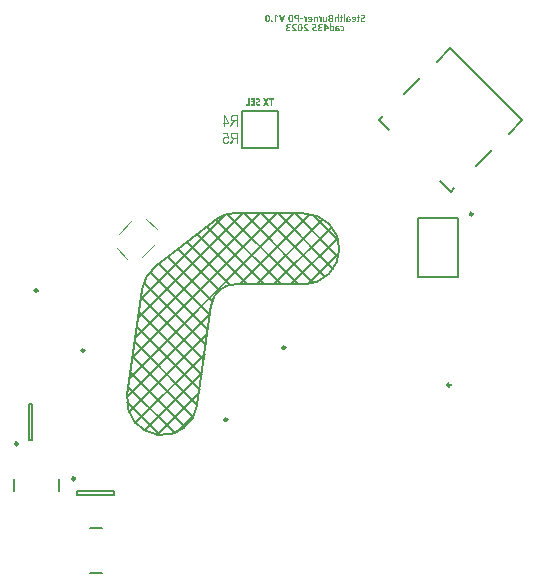
<source format=gbr>
%TF.GenerationSoftware,Altium Limited,Altium Designer,23.4.1 (23)*%
G04 Layer_Color=32896*
%FSLAX26Y26*%
%MOIN*%
%TF.SameCoordinates,1F395C4B-4EE4-4E32-9856-E664E5071CD5*%
%TF.FilePolarity,Positive*%
%TF.FileFunction,Legend,Bot*%
%TF.Part,CustomerPanel*%
G01*
G75*
%TA.AperFunction,NonConductor*%
%ADD76C,0.009842*%
%ADD77C,0.008000*%
%ADD78C,0.007874*%
%ADD79C,0.003937*%
G36*
X899755Y1585393D02*
X906632Y1573092D01*
X901523D01*
X897004Y1581738D01*
X896964D01*
X892484Y1573092D01*
X887375D01*
X894253Y1585393D01*
X887886Y1596869D01*
X892956D01*
X896964Y1589087D01*
X897004D01*
X901052Y1596869D01*
X906121D01*
X899755Y1585393D01*
D02*
G37*
G36*
X922588Y1593017D02*
X917518D01*
Y1573092D01*
X912881D01*
Y1593017D01*
X907890D01*
Y1596869D01*
X922588D01*
Y1593017D01*
D02*
G37*
G36*
X859865Y1573092D02*
X847211D01*
Y1576944D01*
X855346D01*
Y1583232D01*
X847997D01*
Y1587044D01*
X855346D01*
Y1593017D01*
X847211D01*
Y1596869D01*
X859865D01*
Y1573092D01*
D02*
G37*
G36*
X843516D02*
X831491D01*
Y1576944D01*
X838879D01*
Y1596869D01*
X843516D01*
Y1573092D01*
D02*
G37*
G36*
X870358Y1597262D02*
X870987Y1597222D01*
X871537Y1597144D01*
X872009Y1597065D01*
X872402Y1596947D01*
X872677Y1596869D01*
X872874Y1596829D01*
X872952Y1596790D01*
X873463Y1596593D01*
X873935Y1596358D01*
X874328Y1596122D01*
X874681Y1595886D01*
X874996Y1595650D01*
X875192Y1595493D01*
X875349Y1595375D01*
X875389Y1595336D01*
X875742Y1594982D01*
X876057Y1594629D01*
X876293Y1594236D01*
X876528Y1593882D01*
X876686Y1593607D01*
X876803Y1593371D01*
X876882Y1593174D01*
X876921Y1593135D01*
X877118Y1592624D01*
X877236Y1592153D01*
X877354Y1591642D01*
X877393Y1591209D01*
X877432Y1590816D01*
X877472Y1590502D01*
Y1590305D01*
Y1590227D01*
X877432Y1589598D01*
X877354Y1589009D01*
X877275Y1588498D01*
X877118Y1588065D01*
X877000Y1587712D01*
X876921Y1587476D01*
X876843Y1587279D01*
X876803Y1587240D01*
X876528Y1586808D01*
X876214Y1586415D01*
X875939Y1586100D01*
X875664Y1585786D01*
X875428Y1585550D01*
X875231Y1585393D01*
X875114Y1585275D01*
X875074Y1585236D01*
X874288Y1584686D01*
X873935Y1584410D01*
X873581Y1584214D01*
X873306Y1584057D01*
X873070Y1583939D01*
X872913Y1583860D01*
X872874Y1583821D01*
X872009Y1583428D01*
X871616Y1583232D01*
X871302Y1583035D01*
X871026Y1582917D01*
X870830Y1582799D01*
X870673Y1582721D01*
X870633Y1582681D01*
X870280Y1582485D01*
X869926Y1582249D01*
X869651Y1582053D01*
X869415Y1581856D01*
X869219Y1581659D01*
X869061Y1581542D01*
X868983Y1581463D01*
X868943Y1581424D01*
X868708Y1581149D01*
X868551Y1580873D01*
X868393Y1580598D01*
X868315Y1580323D01*
X868275Y1580088D01*
X868236Y1579891D01*
Y1579773D01*
Y1579734D01*
X868275Y1579262D01*
X868393Y1578869D01*
X868551Y1578515D01*
X868708Y1578201D01*
X868904Y1577965D01*
X869061Y1577808D01*
X869179Y1577690D01*
X869219Y1577651D01*
X869612Y1577376D01*
X870044Y1577179D01*
X870476Y1577061D01*
X870869Y1576983D01*
X871262Y1576904D01*
X871577Y1576865D01*
X871852D01*
X872677Y1576904D01*
X873070Y1576983D01*
X873424Y1577022D01*
X873699Y1577101D01*
X873935Y1577140D01*
X874092Y1577179D01*
X874131D01*
X874917Y1577454D01*
X875271Y1577572D01*
X875585Y1577690D01*
X875860Y1577808D01*
X876057Y1577887D01*
X876175Y1577965D01*
X876214D01*
X877747Y1573957D01*
X876725Y1573524D01*
X876214Y1573367D01*
X875782Y1573249D01*
X875389Y1573131D01*
X875114Y1573053D01*
X874917Y1573014D01*
X874838D01*
X873659Y1572817D01*
X873109Y1572778D01*
X872638Y1572738D01*
X872205Y1572699D01*
X871616D01*
X870909Y1572738D01*
X870280Y1572778D01*
X869690Y1572856D01*
X869179Y1572974D01*
X868786Y1573053D01*
X868472Y1573131D01*
X868275Y1573171D01*
X868197Y1573210D01*
X867647Y1573407D01*
X867136Y1573642D01*
X866703Y1573917D01*
X866350Y1574153D01*
X866035Y1574350D01*
X865839Y1574546D01*
X865682Y1574664D01*
X865642Y1574703D01*
X865249Y1575096D01*
X864935Y1575489D01*
X864660Y1575843D01*
X864424Y1576197D01*
X864267Y1576511D01*
X864149Y1576747D01*
X864070Y1576944D01*
X864031Y1576983D01*
X863835Y1577494D01*
X863717Y1578005D01*
X863599Y1578515D01*
X863559Y1578987D01*
X863520Y1579380D01*
X863481Y1579695D01*
Y1579891D01*
Y1579970D01*
X863520Y1580598D01*
X863599Y1581188D01*
X863717Y1581699D01*
X863835Y1582092D01*
X863952Y1582446D01*
X864070Y1582721D01*
X864149Y1582878D01*
X864188Y1582917D01*
X864463Y1583349D01*
X864738Y1583742D01*
X865014Y1584057D01*
X865289Y1584371D01*
X865564Y1584607D01*
X865721Y1584764D01*
X865878Y1584882D01*
X865917Y1584921D01*
X866703Y1585511D01*
X867057Y1585747D01*
X867411Y1585983D01*
X867725Y1586140D01*
X867961Y1586258D01*
X868118Y1586336D01*
X868158Y1586376D01*
X869022Y1586808D01*
X869415Y1587004D01*
X869769Y1587201D01*
X870044Y1587319D01*
X870240Y1587437D01*
X870398Y1587515D01*
X870437Y1587554D01*
X871144Y1587987D01*
X871419Y1588223D01*
X871694Y1588419D01*
X871891Y1588576D01*
X872048Y1588694D01*
X872127Y1588773D01*
X872166Y1588812D01*
X872402Y1589087D01*
X872559Y1589362D01*
X872677Y1589637D01*
X872756Y1589912D01*
X872795Y1590148D01*
X872834Y1590345D01*
Y1590463D01*
Y1590502D01*
X872795Y1590934D01*
X872716Y1591367D01*
X872559Y1591681D01*
X872402Y1591995D01*
X872245Y1592192D01*
X872087Y1592388D01*
X872009Y1592467D01*
X871970Y1592506D01*
X871616Y1592781D01*
X871223Y1592978D01*
X870791Y1593096D01*
X870398Y1593214D01*
X870083Y1593253D01*
X869769Y1593292D01*
X869533D01*
X868747Y1593253D01*
X868393Y1593214D01*
X868079Y1593174D01*
X867804Y1593096D01*
X867607Y1593056D01*
X867489Y1593017D01*
X867450D01*
X866743Y1592781D01*
X866428Y1592664D01*
X866192Y1592546D01*
X865957Y1592428D01*
X865799Y1592349D01*
X865682Y1592310D01*
X865642Y1592271D01*
X864188Y1596004D01*
X865053Y1596436D01*
X865485Y1596593D01*
X865878Y1596711D01*
X866192Y1596829D01*
X866468Y1596908D01*
X866625Y1596947D01*
X866703D01*
X867764Y1597144D01*
X868275Y1597222D01*
X868747Y1597262D01*
X869140Y1597301D01*
X869730D01*
X870358Y1597262D01*
D02*
G37*
G36*
X1140622Y1851771D02*
X1136181D01*
Y1865604D01*
X1135749Y1865801D01*
X1135356Y1865958D01*
X1135198Y1865997D01*
X1135081Y1866037D01*
X1135002Y1866076D01*
X1134963D01*
X1134452Y1866194D01*
X1134019Y1866233D01*
X1133823Y1866272D01*
X1133587D01*
X1133037Y1866233D01*
X1132565Y1866155D01*
X1132172Y1866037D01*
X1131819Y1865919D01*
X1131583Y1865762D01*
X1131386Y1865644D01*
X1131268Y1865565D01*
X1131229Y1865526D01*
X1130954Y1865211D01*
X1130718Y1864897D01*
X1130561Y1864504D01*
X1130482Y1864150D01*
X1130404Y1863836D01*
X1130364Y1863561D01*
Y1863403D01*
Y1863325D01*
Y1851771D01*
X1125884D01*
Y1863796D01*
Y1864307D01*
X1125963Y1864818D01*
X1126159Y1865722D01*
X1126435Y1866469D01*
X1126749Y1867098D01*
X1127063Y1867609D01*
X1127338Y1867962D01*
X1127535Y1868159D01*
X1127574Y1868237D01*
X1127613D01*
X1128321Y1868748D01*
X1129068Y1869141D01*
X1129893Y1869416D01*
X1130679Y1869574D01*
X1131347Y1869691D01*
X1131661Y1869731D01*
X1131937D01*
X1132133Y1869770D01*
X1132447D01*
X1133155Y1869731D01*
X1133508Y1869691D01*
X1133784Y1869652D01*
X1134059Y1869613D01*
X1134255Y1869574D01*
X1134373Y1869534D01*
X1134412D01*
X1135120Y1869338D01*
X1135395Y1869259D01*
X1135670Y1869141D01*
X1135867Y1869063D01*
X1136024Y1869023D01*
X1136142Y1868945D01*
X1136181D01*
Y1877591D01*
X1140622D01*
Y1851771D01*
D02*
G37*
G36*
X930917Y1875075D02*
X931428Y1874722D01*
X931624Y1874565D01*
X931782Y1874447D01*
X931899Y1874368D01*
X931939Y1874329D01*
X932607Y1873897D01*
X932961Y1873739D01*
X933275Y1873582D01*
X933511Y1873464D01*
X933707Y1873346D01*
X933865Y1873307D01*
X933904Y1873268D01*
X934690Y1872953D01*
X935083Y1872835D01*
X935437Y1872717D01*
X935751Y1872600D01*
X935987Y1872560D01*
X936144Y1872482D01*
X936183D01*
X937048Y1872285D01*
X937441Y1872167D01*
X937794Y1872128D01*
X938109Y1872049D01*
X938345Y1872010D01*
X938502Y1871971D01*
X938541D01*
X937873Y1868552D01*
X937244Y1868670D01*
X936694Y1868787D01*
X936458Y1868827D01*
X936301Y1868866D01*
X936183Y1868905D01*
X936144D01*
X935476Y1869063D01*
X935201Y1869141D01*
X934926Y1869180D01*
X934729Y1869259D01*
X934572Y1869298D01*
X934454Y1869338D01*
X934415D01*
X933786Y1869534D01*
X933511Y1869613D01*
X933275Y1869691D01*
X933039Y1869770D01*
X932882Y1869849D01*
X932803Y1869888D01*
X932764D01*
X932214Y1870124D01*
X931782Y1870320D01*
X931624Y1870399D01*
X931506Y1870477D01*
X931467Y1870517D01*
X931428D01*
Y1851771D01*
X926869D01*
Y1875547D01*
X930445D01*
X930917Y1875075D01*
D02*
G37*
G36*
X1173791Y1869809D02*
X1174420Y1869770D01*
X1174970Y1869691D01*
X1175442Y1869613D01*
X1175795Y1869534D01*
X1176031Y1869495D01*
X1176070Y1869456D01*
X1176110D01*
X1176738Y1869299D01*
X1177289Y1869141D01*
X1177800Y1869023D01*
X1178193Y1868866D01*
X1178546Y1868748D01*
X1178782Y1868670D01*
X1178939Y1868630D01*
X1178979Y1868591D01*
X1177878Y1865565D01*
X1177524Y1865722D01*
X1177171Y1865801D01*
X1176896Y1865879D01*
X1176856Y1865919D01*
X1176817D01*
X1176345Y1866076D01*
X1175953Y1866155D01*
X1175795Y1866233D01*
X1175677D01*
X1175599Y1866272D01*
X1175560D01*
X1175049Y1866390D01*
X1174656Y1866469D01*
X1174459D01*
X1174341Y1866508D01*
X1174223D01*
X1173712Y1866587D01*
X1173280Y1866626D01*
X1172887D01*
X1172337Y1866587D01*
X1171865Y1866547D01*
X1171472Y1866430D01*
X1171119Y1866351D01*
X1170843Y1866233D01*
X1170647Y1866115D01*
X1170529Y1866076D01*
X1170490Y1866037D01*
X1170175Y1865801D01*
X1169979Y1865486D01*
X1169822Y1865172D01*
X1169704Y1864858D01*
X1169625Y1864543D01*
X1169586Y1864307D01*
Y1864150D01*
Y1864072D01*
Y1863168D01*
X1170333Y1863128D01*
X1171040Y1863050D01*
X1171708Y1862971D01*
X1172298Y1862893D01*
X1172769Y1862853D01*
X1173162Y1862775D01*
X1173398Y1862735D01*
X1173477D01*
X1174145Y1862618D01*
X1174774Y1862460D01*
X1175324Y1862303D01*
X1175835Y1862146D01*
X1176228Y1862028D01*
X1176503Y1861910D01*
X1176699Y1861832D01*
X1176778Y1861792D01*
X1177289Y1861556D01*
X1177760Y1861242D01*
X1178153Y1860967D01*
X1178468Y1860692D01*
X1178743Y1860417D01*
X1178939Y1860220D01*
X1179057Y1860063D01*
X1179097Y1860024D01*
X1179372Y1859552D01*
X1179607Y1859081D01*
X1179765Y1858609D01*
X1179843Y1858137D01*
X1179922Y1857705D01*
X1179961Y1857391D01*
Y1857155D01*
Y1857116D01*
Y1857076D01*
X1179922Y1856565D01*
X1179882Y1856133D01*
X1179647Y1855268D01*
X1179332Y1854561D01*
X1178979Y1853972D01*
X1178625Y1853500D01*
X1178311Y1853146D01*
X1178075Y1852950D01*
X1178035Y1852871D01*
X1177996D01*
X1177603Y1852596D01*
X1177171Y1852360D01*
X1176228Y1852006D01*
X1175206Y1851731D01*
X1174223Y1851574D01*
X1173791Y1851496D01*
X1173359Y1851456D01*
X1172966Y1851417D01*
X1172651D01*
X1172376Y1851378D01*
X1171236D01*
X1170529Y1851456D01*
X1169900Y1851496D01*
X1169311Y1851574D01*
X1168839Y1851653D01*
X1168486Y1851692D01*
X1168250Y1851771D01*
X1168171D01*
X1167503Y1851928D01*
X1166953Y1852046D01*
X1166481Y1852203D01*
X1166049Y1852321D01*
X1165735Y1852439D01*
X1165538Y1852557D01*
X1165381Y1852596D01*
X1165341Y1852635D01*
Y1863561D01*
Y1864189D01*
X1165420Y1864740D01*
X1165499Y1865251D01*
X1165617Y1865762D01*
X1165774Y1866194D01*
X1165931Y1866587D01*
X1166088Y1866940D01*
X1166245Y1867255D01*
X1166442Y1867530D01*
X1166599Y1867766D01*
X1166914Y1868120D01*
X1167110Y1868316D01*
X1167149Y1868395D01*
X1167189D01*
X1167935Y1868906D01*
X1168800Y1869259D01*
X1169665Y1869534D01*
X1170490Y1869691D01*
X1171236Y1869809D01*
X1171590Y1869849D01*
X1171865D01*
X1172101Y1869888D01*
X1173123D01*
X1173791Y1869809D01*
D02*
G37*
G36*
X1021189Y1860535D02*
X1011757D01*
Y1864347D01*
X1021189D01*
Y1860535D01*
D02*
G37*
G36*
X953829Y1851771D02*
X948916D01*
X941607Y1875547D01*
X946637Y1875547D01*
X950646Y1860063D01*
X950842Y1859277D01*
X950921Y1858923D01*
X950999Y1858609D01*
X951039Y1858334D01*
X951078Y1858137D01*
X951117Y1858019D01*
Y1857980D01*
X951157Y1857666D01*
X951235Y1857391D01*
X951274Y1857155D01*
Y1856958D01*
X951314Y1856801D01*
X951353Y1856723D01*
Y1856683D01*
Y1856644D01*
X951432D01*
X951471Y1856801D01*
X951510Y1856998D01*
X951549Y1857155D01*
Y1857194D01*
X951589Y1857508D01*
X951628Y1857784D01*
X951667Y1857980D01*
Y1858019D01*
Y1858059D01*
X951746Y1858412D01*
X951785Y1858727D01*
X951825Y1858963D01*
X951864Y1859002D01*
Y1859041D01*
X951942Y1859434D01*
X952021Y1859749D01*
X952060Y1859984D01*
X952100Y1860024D01*
Y1860063D01*
X956108Y1875547D01*
X961139D01*
X953829Y1851771D01*
D02*
G37*
G36*
X1208689Y1873425D02*
Y1869495D01*
X1210969D01*
Y1866115D01*
X1208689D01*
Y1857076D01*
X1208650Y1856094D01*
X1208493Y1855268D01*
X1208296Y1854522D01*
X1208061Y1853932D01*
X1207864Y1853500D01*
X1207668Y1853186D01*
X1207510Y1852989D01*
X1207471Y1852910D01*
X1206960Y1852439D01*
X1206371Y1852124D01*
X1205742Y1851889D01*
X1205113Y1851692D01*
X1204524Y1851613D01*
X1204091Y1851574D01*
X1203895Y1851535D01*
X1203659D01*
X1203070Y1851574D01*
X1202598Y1851613D01*
X1202401D01*
X1202244Y1851653D01*
X1202126D01*
X1201615Y1851771D01*
X1201262Y1851849D01*
X1201065Y1851928D01*
X1200987Y1851967D01*
Y1855701D01*
X1201144Y1855622D01*
X1201340Y1855543D01*
X1201458Y1855504D01*
X1201537D01*
X1201812Y1855465D01*
X1202008Y1855426D01*
X1202244D01*
X1202559Y1855465D01*
X1202834Y1855504D01*
X1203070Y1855583D01*
X1203305Y1855661D01*
X1203463Y1855740D01*
X1203580Y1855779D01*
X1203659Y1855858D01*
X1203698D01*
X1203895Y1856054D01*
X1204052Y1856290D01*
X1204131Y1856526D01*
X1204209Y1856801D01*
X1204248Y1857037D01*
X1204288Y1857194D01*
Y1857351D01*
Y1857391D01*
Y1866115D01*
X1200987D01*
Y1869495D01*
X1204288D01*
Y1874722D01*
X1208689Y1873425D01*
D02*
G37*
G36*
X1151547D02*
Y1869495D01*
X1153827D01*
Y1866115D01*
X1151547D01*
Y1857076D01*
X1151508Y1856094D01*
X1151351Y1855268D01*
X1151154Y1854522D01*
X1150918Y1853932D01*
X1150722Y1853500D01*
X1150525Y1853186D01*
X1150368Y1852989D01*
X1150329Y1852910D01*
X1149818Y1852439D01*
X1149228Y1852124D01*
X1148600Y1851889D01*
X1147971Y1851692D01*
X1147381Y1851613D01*
X1146949Y1851574D01*
X1146753Y1851535D01*
X1146517D01*
X1145927Y1851574D01*
X1145456Y1851613D01*
X1145259D01*
X1145102Y1851653D01*
X1144984D01*
X1144473Y1851771D01*
X1144120Y1851849D01*
X1143923Y1851928D01*
X1143844Y1851967D01*
Y1855701D01*
X1144002Y1855622D01*
X1144198Y1855543D01*
X1144316Y1855504D01*
X1144395D01*
X1144670Y1855465D01*
X1144866Y1855426D01*
X1145102D01*
X1145416Y1855465D01*
X1145691Y1855504D01*
X1145927Y1855583D01*
X1146163Y1855661D01*
X1146320Y1855740D01*
X1146438Y1855779D01*
X1146517Y1855858D01*
X1146556D01*
X1146753Y1856054D01*
X1146910Y1856290D01*
X1146988Y1856526D01*
X1147067Y1856801D01*
X1147106Y1857037D01*
X1147146Y1857194D01*
Y1857351D01*
Y1857391D01*
Y1866115D01*
X1143844D01*
Y1869495D01*
X1147146D01*
Y1874722D01*
X1151547Y1873425D01*
D02*
G37*
G36*
X1101597Y1857941D02*
X1101558Y1857312D01*
X1101518Y1856723D01*
X1101440Y1856172D01*
X1101283Y1855661D01*
X1101165Y1855229D01*
X1101007Y1854797D01*
X1100811Y1854443D01*
X1100654Y1854129D01*
X1100457Y1853814D01*
X1100300Y1853579D01*
X1100143Y1853382D01*
X1099986Y1853225D01*
X1099789Y1852989D01*
X1099750Y1852910D01*
X1099710D01*
X1099318Y1852635D01*
X1098925Y1852399D01*
X1098060Y1852006D01*
X1097117Y1851771D01*
X1096213Y1851574D01*
X1095388Y1851456D01*
X1095034Y1851417D01*
X1094719D01*
X1094484Y1851378D01*
X1094130D01*
X1093383Y1851417D01*
X1093030D01*
X1092754Y1851456D01*
X1092479D01*
X1092283Y1851496D01*
X1092126D01*
X1091379Y1851574D01*
X1091064Y1851613D01*
X1090789Y1851653D01*
X1090554Y1851692D01*
X1090357D01*
X1090239Y1851731D01*
X1090200D01*
X1089532Y1851849D01*
X1089217Y1851928D01*
X1088982Y1852006D01*
X1088785Y1852046D01*
X1088589Y1852085D01*
X1088510Y1852124D01*
X1088471D01*
X1087920Y1852321D01*
X1087449Y1852478D01*
X1087292Y1852557D01*
X1087174Y1852596D01*
X1087095Y1852635D01*
X1087056D01*
Y1869495D01*
X1091536D01*
Y1855426D01*
X1091890Y1855308D01*
X1092244Y1855229D01*
X1092401Y1855190D01*
X1092519D01*
X1092597Y1855150D01*
X1092637D01*
X1093147Y1855072D01*
X1093619Y1855033D01*
X1094130D01*
X1094680Y1855072D01*
X1095112Y1855150D01*
X1095545Y1855308D01*
X1095859Y1855465D01*
X1096174Y1855661D01*
X1096409Y1855897D01*
X1096606Y1856172D01*
X1096763Y1856447D01*
X1096999Y1856958D01*
X1097117Y1857391D01*
Y1857548D01*
X1097156Y1857705D01*
Y1857784D01*
Y1857823D01*
Y1869495D01*
X1101597D01*
Y1857941D01*
D02*
G37*
G36*
X1190887Y1869849D02*
X1191515Y1869770D01*
X1192105Y1869652D01*
X1192616Y1869534D01*
X1193048Y1869416D01*
X1193362Y1869299D01*
X1193559Y1869220D01*
X1193638Y1869181D01*
X1194188Y1868906D01*
X1194699Y1868591D01*
X1195131Y1868277D01*
X1195524Y1868002D01*
X1195799Y1867726D01*
X1196035Y1867491D01*
X1196192Y1867333D01*
X1196231Y1867294D01*
X1196585Y1866823D01*
X1196939Y1866312D01*
X1197214Y1865840D01*
X1197450Y1865369D01*
X1197607Y1864976D01*
X1197725Y1864622D01*
X1197803Y1864425D01*
X1197843Y1864386D01*
Y1864347D01*
X1198039Y1863718D01*
X1198157Y1863050D01*
X1198275Y1862421D01*
X1198314Y1861832D01*
X1198353Y1861360D01*
X1198393Y1860967D01*
Y1860810D01*
Y1860692D01*
Y1860652D01*
Y1860613D01*
X1198353Y1859867D01*
X1198314Y1859198D01*
X1198236Y1858570D01*
X1198118Y1857980D01*
X1198000Y1857548D01*
X1197921Y1857194D01*
X1197882Y1856958D01*
X1197843Y1856919D01*
Y1856880D01*
X1197607Y1856251D01*
X1197332Y1855701D01*
X1197017Y1855190D01*
X1196742Y1854757D01*
X1196506Y1854404D01*
X1196310Y1854168D01*
X1196153Y1853972D01*
X1196113Y1853932D01*
X1195681Y1853500D01*
X1195209Y1853107D01*
X1194738Y1852793D01*
X1194306Y1852517D01*
X1193913Y1852321D01*
X1193598Y1852164D01*
X1193402Y1852085D01*
X1193323Y1852046D01*
X1192694Y1851810D01*
X1192026Y1851653D01*
X1191397Y1851535D01*
X1190769Y1851456D01*
X1190258Y1851417D01*
X1189825Y1851378D01*
X1188764D01*
X1188057Y1851417D01*
X1187428Y1851496D01*
X1186878Y1851574D01*
X1186446Y1851613D01*
X1186092Y1851692D01*
X1185856Y1851731D01*
X1185777D01*
X1185149Y1851889D01*
X1184599Y1852006D01*
X1184127Y1852164D01*
X1183695Y1852321D01*
X1183341Y1852439D01*
X1183105Y1852557D01*
X1182948Y1852596D01*
X1182909Y1852635D01*
X1184206Y1855976D01*
X1184952Y1855661D01*
X1185345Y1855504D01*
X1185699Y1855426D01*
X1186013Y1855308D01*
X1186249Y1855229D01*
X1186406Y1855190D01*
X1186485D01*
X1187428Y1854993D01*
X1187900Y1854954D01*
X1188293Y1854915D01*
X1188607Y1854875D01*
X1189118D01*
X1189825Y1854915D01*
X1190494Y1855033D01*
X1191044Y1855190D01*
X1191515Y1855347D01*
X1191908Y1855504D01*
X1192183Y1855661D01*
X1192341Y1855779D01*
X1192419Y1855819D01*
X1192851Y1856212D01*
X1193205Y1856683D01*
X1193480Y1857194D01*
X1193716Y1857666D01*
X1193873Y1858098D01*
X1193952Y1858452D01*
X1194031Y1858688D01*
Y1858727D01*
Y1858766D01*
X1182633Y1860299D01*
X1182594Y1860574D01*
X1182555Y1860810D01*
Y1860967D01*
Y1861045D01*
Y1861832D01*
X1182594Y1862500D01*
X1182633Y1863089D01*
X1182712Y1863679D01*
X1182791Y1864150D01*
X1182909Y1864543D01*
X1182987Y1864858D01*
X1183026Y1865015D01*
X1183066Y1865093D01*
X1183262Y1865644D01*
X1183498Y1866115D01*
X1183773Y1866547D01*
X1184009Y1866940D01*
X1184206Y1867216D01*
X1184402Y1867451D01*
X1184520Y1867609D01*
X1184559Y1867648D01*
X1184913Y1868041D01*
X1185306Y1868355D01*
X1185699Y1868630D01*
X1186092Y1868866D01*
X1186406Y1869063D01*
X1186681Y1869181D01*
X1186839Y1869259D01*
X1186917Y1869299D01*
X1187467Y1869495D01*
X1188018Y1869652D01*
X1188568Y1869731D01*
X1189079Y1869809D01*
X1189511Y1869849D01*
X1189865Y1869888D01*
X1190179D01*
X1190887Y1869849D01*
D02*
G37*
G36*
X1045083D02*
X1045712Y1869770D01*
X1046302Y1869652D01*
X1046813Y1869534D01*
X1047245Y1869416D01*
X1047559Y1869299D01*
X1047756Y1869220D01*
X1047834Y1869181D01*
X1048385Y1868906D01*
X1048896Y1868591D01*
X1049328Y1868277D01*
X1049721Y1868002D01*
X1049996Y1867726D01*
X1050232Y1867491D01*
X1050389Y1867333D01*
X1050428Y1867294D01*
X1050782Y1866823D01*
X1051136Y1866312D01*
X1051411Y1865840D01*
X1051647Y1865369D01*
X1051804Y1864976D01*
X1051922Y1864622D01*
X1052000Y1864425D01*
X1052040Y1864386D01*
Y1864347D01*
X1052236Y1863718D01*
X1052354Y1863050D01*
X1052472Y1862421D01*
X1052511Y1861832D01*
X1052551Y1861360D01*
X1052590Y1860967D01*
Y1860810D01*
Y1860692D01*
Y1860652D01*
Y1860613D01*
X1052551Y1859867D01*
X1052511Y1859198D01*
X1052433Y1858570D01*
X1052315Y1857980D01*
X1052197Y1857548D01*
X1052118Y1857194D01*
X1052079Y1856958D01*
X1052040Y1856919D01*
Y1856880D01*
X1051804Y1856251D01*
X1051529Y1855701D01*
X1051214Y1855190D01*
X1050939Y1854757D01*
X1050703Y1854404D01*
X1050507Y1854168D01*
X1050350Y1853972D01*
X1050310Y1853932D01*
X1049878Y1853500D01*
X1049407Y1853107D01*
X1048935Y1852793D01*
X1048503Y1852517D01*
X1048110Y1852321D01*
X1047795Y1852164D01*
X1047599Y1852085D01*
X1047520Y1852046D01*
X1046891Y1851810D01*
X1046223Y1851653D01*
X1045594Y1851535D01*
X1044966Y1851456D01*
X1044455Y1851417D01*
X1044022Y1851378D01*
X1042961D01*
X1042254Y1851417D01*
X1041625Y1851496D01*
X1041075Y1851574D01*
X1040643Y1851613D01*
X1040289Y1851692D01*
X1040053Y1851731D01*
X1039975D01*
X1039346Y1851889D01*
X1038795Y1852006D01*
X1038324Y1852164D01*
X1037892Y1852321D01*
X1037538Y1852439D01*
X1037302Y1852557D01*
X1037145Y1852596D01*
X1037106Y1852635D01*
X1038402Y1855976D01*
X1039149Y1855661D01*
X1039542Y1855504D01*
X1039896Y1855426D01*
X1040210Y1855308D01*
X1040446Y1855229D01*
X1040603Y1855190D01*
X1040682D01*
X1041625Y1854993D01*
X1042097Y1854954D01*
X1042490Y1854915D01*
X1042804Y1854875D01*
X1043315D01*
X1044022Y1854915D01*
X1044690Y1855033D01*
X1045241Y1855190D01*
X1045712Y1855347D01*
X1046105Y1855504D01*
X1046380Y1855661D01*
X1046538Y1855779D01*
X1046616Y1855819D01*
X1047049Y1856212D01*
X1047402Y1856683D01*
X1047677Y1857194D01*
X1047913Y1857666D01*
X1048070Y1858098D01*
X1048149Y1858452D01*
X1048227Y1858688D01*
Y1858727D01*
Y1858766D01*
X1036831Y1860299D01*
X1036791Y1860574D01*
X1036752Y1860810D01*
Y1860967D01*
Y1861045D01*
Y1861832D01*
X1036791Y1862500D01*
X1036831Y1863089D01*
X1036909Y1863679D01*
X1036988Y1864150D01*
X1037106Y1864543D01*
X1037184Y1864858D01*
X1037224Y1865015D01*
X1037263Y1865093D01*
X1037459Y1865644D01*
X1037695Y1866115D01*
X1037970Y1866547D01*
X1038206Y1866940D01*
X1038402Y1867216D01*
X1038599Y1867451D01*
X1038717Y1867609D01*
X1038756Y1867648D01*
X1039110Y1868041D01*
X1039503Y1868355D01*
X1039896Y1868630D01*
X1040289Y1868866D01*
X1040603Y1869063D01*
X1040878Y1869181D01*
X1041036Y1869259D01*
X1041114Y1869299D01*
X1041664Y1869495D01*
X1042215Y1869652D01*
X1042765Y1869731D01*
X1043276Y1869809D01*
X1043708Y1869849D01*
X1044062Y1869888D01*
X1044376D01*
X1045083Y1869849D01*
D02*
G37*
G36*
X1161294Y1851771D02*
X1156813D01*
Y1877591D01*
X1161294D01*
Y1851771D01*
D02*
G37*
G36*
X1077388Y1869809D02*
X1078056Y1869770D01*
X1078646Y1869691D01*
X1079157Y1869613D01*
X1079550Y1869574D01*
X1079785Y1869495D01*
X1079864D01*
X1080532Y1869338D01*
X1081122Y1869220D01*
X1081672Y1869063D01*
X1082143Y1868906D01*
X1082497Y1868788D01*
X1082812Y1868670D01*
X1082969Y1868630D01*
X1083047Y1868591D01*
Y1851771D01*
X1078606D01*
Y1865879D01*
X1078253Y1865997D01*
X1077938Y1866076D01*
X1077663Y1866155D01*
X1077585D01*
X1077152Y1866233D01*
X1076759Y1866272D01*
X1075934D01*
X1075580Y1866233D01*
X1075227Y1866194D01*
X1074951Y1866155D01*
X1074676Y1866076D01*
X1074519Y1866037D01*
X1074401Y1865997D01*
X1074362D01*
X1073537Y1869731D01*
X1073890Y1869770D01*
X1074205D01*
X1074441Y1869809D01*
X1074559D01*
X1074991Y1869849D01*
X1075423Y1869888D01*
X1076602D01*
X1077388Y1869809D01*
D02*
G37*
G36*
X1065244D02*
X1065912Y1869770D01*
X1066502Y1869691D01*
X1066974Y1869613D01*
X1067327Y1869574D01*
X1067563Y1869495D01*
X1067642D01*
X1068271Y1869338D01*
X1068821Y1869220D01*
X1069371Y1869063D01*
X1069842Y1868906D01*
X1070196Y1868788D01*
X1070511Y1868670D01*
X1070668Y1868630D01*
X1070746Y1868591D01*
Y1851771D01*
X1066305D01*
Y1865879D01*
X1065912Y1865997D01*
X1065520Y1866076D01*
X1065362Y1866115D01*
X1065244Y1866155D01*
X1065127D01*
X1064576Y1866233D01*
X1064105Y1866272D01*
X1063633D01*
X1063083Y1866233D01*
X1062611Y1866155D01*
X1062179Y1866037D01*
X1061865Y1865919D01*
X1061590Y1865762D01*
X1061432Y1865644D01*
X1061314Y1865565D01*
X1061275Y1865526D01*
X1061000Y1865211D01*
X1060803Y1864897D01*
X1060686Y1864543D01*
X1060568Y1864189D01*
X1060528Y1863914D01*
X1060489Y1863679D01*
Y1863521D01*
Y1863443D01*
Y1851771D01*
X1056009D01*
Y1863875D01*
Y1864386D01*
X1056088Y1864897D01*
X1056284Y1865801D01*
X1056598Y1866547D01*
X1056913Y1867176D01*
X1057266Y1867687D01*
X1057581Y1868041D01*
X1057777Y1868237D01*
X1057817Y1868316D01*
X1057856D01*
X1058210Y1868591D01*
X1058642Y1868827D01*
X1059546Y1869220D01*
X1060489Y1869495D01*
X1061472Y1869691D01*
X1061904Y1869770D01*
X1062336Y1869809D01*
X1062690Y1869849D01*
X1063004D01*
X1063279Y1869888D01*
X1064498D01*
X1065244Y1869809D01*
D02*
G37*
G36*
X1027674D02*
X1028342Y1869770D01*
X1028931Y1869691D01*
X1029442Y1869613D01*
X1029835Y1869574D01*
X1030071Y1869495D01*
X1030149D01*
X1030818Y1869338D01*
X1031407Y1869220D01*
X1031957Y1869063D01*
X1032429Y1868906D01*
X1032783Y1868788D01*
X1033097Y1868670D01*
X1033254Y1868630D01*
X1033333Y1868591D01*
Y1851771D01*
X1028892D01*
Y1865879D01*
X1028538Y1865997D01*
X1028224Y1866076D01*
X1027949Y1866155D01*
X1027870D01*
X1027438Y1866233D01*
X1027045Y1866272D01*
X1026219D01*
X1025866Y1866233D01*
X1025512Y1866194D01*
X1025237Y1866155D01*
X1024962Y1866076D01*
X1024805Y1866037D01*
X1024687Y1865997D01*
X1024648D01*
X1023822Y1869731D01*
X1024176Y1869770D01*
X1024490D01*
X1024726Y1869809D01*
X1024844D01*
X1025276Y1869849D01*
X1025709Y1869888D01*
X1026888D01*
X1027674Y1869809D01*
D02*
G37*
G36*
X1002246Y1875940D02*
X1002875Y1875862D01*
X1003426Y1875822D01*
X1003897Y1875744D01*
X1004251Y1875665D01*
X1004487Y1875626D01*
X1004565D01*
X1005194Y1875469D01*
X1005784Y1875311D01*
X1006294Y1875154D01*
X1006766Y1875036D01*
X1007159Y1874879D01*
X1007434Y1874801D01*
X1007591Y1874722D01*
X1007670Y1874683D01*
Y1851771D01*
X1003150D01*
Y1861006D01*
X1002836Y1860967D01*
X1002522Y1860928D01*
X1002246Y1860888D01*
X1002168D01*
X1001696Y1860849D01*
X1000950D01*
X1000124Y1860888D01*
X999338Y1860928D01*
X998631Y1861006D01*
X998041Y1861124D01*
X997570Y1861242D01*
X997216Y1861321D01*
X996980Y1861360D01*
X996902Y1861399D01*
X996273Y1861635D01*
X995723Y1861871D01*
X995212Y1862146D01*
X994779Y1862382D01*
X994465Y1862578D01*
X994190Y1862775D01*
X994033Y1862893D01*
X993994Y1862932D01*
X993561Y1863325D01*
X993207Y1863757D01*
X992932Y1864150D01*
X992657Y1864504D01*
X992461Y1864858D01*
X992343Y1865093D01*
X992264Y1865251D01*
X992225Y1865329D01*
X992029Y1865840D01*
X991871Y1866390D01*
X991793Y1866862D01*
X991714Y1867333D01*
X991675Y1867726D01*
X991635Y1868041D01*
Y1868237D01*
Y1868316D01*
X991675Y1868945D01*
X991753Y1869574D01*
X991871Y1870124D01*
X991989Y1870674D01*
X992382Y1871617D01*
X992579Y1872050D01*
X992814Y1872403D01*
X993050Y1872757D01*
X993247Y1873071D01*
X993443Y1873307D01*
X993640Y1873504D01*
X993758Y1873700D01*
X993876Y1873818D01*
X993954Y1873857D01*
X993994Y1873897D01*
X994465Y1874250D01*
X994976Y1874604D01*
X995487Y1874879D01*
X996037Y1875115D01*
X997177Y1875469D01*
X998277Y1875704D01*
X998788Y1875822D01*
X999260Y1875862D01*
X999692Y1875901D01*
X1000046Y1875940D01*
X1000360Y1875979D01*
X1001539D01*
X1002246Y1875940D01*
D02*
G37*
G36*
X917516Y1857076D02*
X917869Y1856997D01*
X918105Y1856919D01*
X918144Y1856880D01*
X918184D01*
X918538Y1856683D01*
X918813Y1856487D01*
X919009Y1856329D01*
X919088Y1856251D01*
X919323Y1855976D01*
X919520Y1855701D01*
X919638Y1855465D01*
X919677Y1855426D01*
Y1855386D01*
X919795Y1854993D01*
X919874Y1854639D01*
X919913Y1854482D01*
Y1854404D01*
Y1854325D01*
Y1854286D01*
X919874Y1853853D01*
X919795Y1853500D01*
X919716Y1853264D01*
X919677Y1853225D01*
Y1853185D01*
X919481Y1852832D01*
X919284Y1852557D01*
X919127Y1852360D01*
X919088Y1852282D01*
X918773Y1852046D01*
X918498Y1851889D01*
X918262Y1851771D01*
X918223Y1851731D01*
X918184D01*
X917791Y1851613D01*
X917437Y1851535D01*
X917280Y1851495D01*
X917083D01*
X916651Y1851535D01*
X916297Y1851613D01*
X916062Y1851692D01*
X916022Y1851731D01*
X915983D01*
X915629Y1851889D01*
X915354Y1852085D01*
X915158Y1852242D01*
X915079Y1852282D01*
X914804Y1852596D01*
X914647Y1852871D01*
X914529Y1853107D01*
X914490Y1853146D01*
Y1853185D01*
X914332Y1853578D01*
X914293Y1853932D01*
X914254Y1854089D01*
Y1854168D01*
Y1854246D01*
Y1854286D01*
X914293Y1854718D01*
X914372Y1855072D01*
X914450Y1855308D01*
X914490Y1855347D01*
Y1855386D01*
X914647Y1855740D01*
X914843Y1856015D01*
X915000Y1856172D01*
X915079Y1856251D01*
X915394Y1856526D01*
X915669Y1856722D01*
X915904Y1856840D01*
X915944Y1856880D01*
X915983D01*
X916376Y1857037D01*
X916730Y1857076D01*
X916887Y1857115D01*
X917083D01*
X917516Y1857076D01*
D02*
G37*
G36*
X1220165Y1875940D02*
X1220794Y1875901D01*
X1221344Y1875822D01*
X1221816Y1875744D01*
X1222209Y1875626D01*
X1222484Y1875547D01*
X1222680Y1875508D01*
X1222759Y1875469D01*
X1223270Y1875272D01*
X1223741Y1875036D01*
X1224134Y1874801D01*
X1224488Y1874565D01*
X1224802Y1874329D01*
X1224999Y1874172D01*
X1225156Y1874054D01*
X1225195Y1874014D01*
X1225549Y1873661D01*
X1225863Y1873307D01*
X1226099Y1872914D01*
X1226335Y1872560D01*
X1226492Y1872285D01*
X1226610Y1872050D01*
X1226689Y1871853D01*
X1226728Y1871814D01*
X1226925Y1871303D01*
X1227043Y1870831D01*
X1227160Y1870320D01*
X1227200Y1869888D01*
X1227239Y1869495D01*
X1227278Y1869181D01*
Y1868984D01*
Y1868906D01*
X1227239Y1868277D01*
X1227160Y1867687D01*
X1227082Y1867176D01*
X1226925Y1866744D01*
X1226807Y1866390D01*
X1226728Y1866155D01*
X1226649Y1865958D01*
X1226610Y1865919D01*
X1226335Y1865486D01*
X1226021Y1865093D01*
X1225746Y1864779D01*
X1225470Y1864465D01*
X1225235Y1864229D01*
X1225038Y1864072D01*
X1224920Y1863954D01*
X1224881Y1863914D01*
X1224095Y1863364D01*
X1223741Y1863089D01*
X1223388Y1862893D01*
X1223112Y1862735D01*
X1222877Y1862618D01*
X1222719Y1862539D01*
X1222680Y1862500D01*
X1221816Y1862107D01*
X1221423Y1861910D01*
X1221108Y1861714D01*
X1220833Y1861596D01*
X1220637Y1861478D01*
X1220479Y1861399D01*
X1220440Y1861360D01*
X1220086Y1861163D01*
X1219733Y1860928D01*
X1219458Y1860731D01*
X1219222Y1860535D01*
X1219025Y1860338D01*
X1218868Y1860220D01*
X1218790Y1860142D01*
X1218750Y1860102D01*
X1218514Y1859827D01*
X1218357Y1859552D01*
X1218200Y1859277D01*
X1218121Y1859002D01*
X1218082Y1858766D01*
X1218043Y1858570D01*
Y1858452D01*
Y1858412D01*
X1218082Y1857941D01*
X1218200Y1857548D01*
X1218357Y1857194D01*
X1218514Y1856880D01*
X1218711Y1856644D01*
X1218868Y1856487D01*
X1218986Y1856369D01*
X1219025Y1856330D01*
X1219418Y1856054D01*
X1219851Y1855858D01*
X1220283Y1855740D01*
X1220676Y1855661D01*
X1221069Y1855583D01*
X1221383Y1855543D01*
X1221658D01*
X1222484Y1855583D01*
X1222877Y1855661D01*
X1223230Y1855701D01*
X1223505Y1855779D01*
X1223741Y1855819D01*
X1223899Y1855858D01*
X1223938D01*
X1224724Y1856133D01*
X1225078Y1856251D01*
X1225392Y1856369D01*
X1225667Y1856487D01*
X1225863Y1856565D01*
X1225981Y1856644D01*
X1226021D01*
X1227553Y1852635D01*
X1226532Y1852203D01*
X1226021Y1852046D01*
X1225588Y1851928D01*
X1225195Y1851810D01*
X1224920Y1851731D01*
X1224724Y1851692D01*
X1224645D01*
X1223466Y1851496D01*
X1222916Y1851456D01*
X1222444Y1851417D01*
X1222012Y1851378D01*
X1221423D01*
X1220715Y1851417D01*
X1220086Y1851456D01*
X1219497Y1851535D01*
X1218986Y1851653D01*
X1218593Y1851731D01*
X1218279Y1851810D01*
X1218082Y1851849D01*
X1218004Y1851889D01*
X1217453Y1852085D01*
X1216942Y1852321D01*
X1216510Y1852596D01*
X1216156Y1852832D01*
X1215842Y1853028D01*
X1215646Y1853225D01*
X1215488Y1853343D01*
X1215449Y1853382D01*
X1215056Y1853775D01*
X1214742Y1854168D01*
X1214466Y1854522D01*
X1214231Y1854875D01*
X1214073Y1855190D01*
X1213956Y1855426D01*
X1213877Y1855622D01*
X1213838Y1855661D01*
X1213641Y1856172D01*
X1213523Y1856683D01*
X1213405Y1857194D01*
X1213366Y1857666D01*
X1213327Y1858059D01*
X1213287Y1858373D01*
Y1858570D01*
Y1858648D01*
X1213327Y1859277D01*
X1213405Y1859867D01*
X1213523Y1860377D01*
X1213641Y1860770D01*
X1213759Y1861124D01*
X1213877Y1861399D01*
X1213956Y1861556D01*
X1213995Y1861596D01*
X1214270Y1862028D01*
X1214545Y1862421D01*
X1214820Y1862735D01*
X1215095Y1863050D01*
X1215370Y1863286D01*
X1215528Y1863443D01*
X1215685Y1863561D01*
X1215724Y1863600D01*
X1216510Y1864189D01*
X1216864Y1864425D01*
X1217217Y1864661D01*
X1217532Y1864818D01*
X1217768Y1864936D01*
X1217925Y1865015D01*
X1217964Y1865054D01*
X1218829Y1865486D01*
X1219222Y1865683D01*
X1219575Y1865879D01*
X1219851Y1865997D01*
X1220047Y1866115D01*
X1220204Y1866194D01*
X1220244Y1866233D01*
X1220951Y1866665D01*
X1221226Y1866901D01*
X1221501Y1867098D01*
X1221698Y1867255D01*
X1221855Y1867373D01*
X1221934Y1867451D01*
X1221973Y1867491D01*
X1222209Y1867766D01*
X1222366Y1868041D01*
X1222484Y1868316D01*
X1222562Y1868591D01*
X1222602Y1868827D01*
X1222641Y1869023D01*
Y1869141D01*
Y1869181D01*
X1222602Y1869613D01*
X1222523Y1870045D01*
X1222366Y1870360D01*
X1222209Y1870674D01*
X1222051Y1870870D01*
X1221894Y1871067D01*
X1221816Y1871146D01*
X1221776Y1871185D01*
X1221423Y1871460D01*
X1221030Y1871657D01*
X1220597Y1871774D01*
X1220204Y1871892D01*
X1219890Y1871932D01*
X1219575Y1871971D01*
X1219340D01*
X1218554Y1871932D01*
X1218200Y1871892D01*
X1217886Y1871853D01*
X1217611Y1871774D01*
X1217414Y1871735D01*
X1217296Y1871696D01*
X1217257D01*
X1216549Y1871460D01*
X1216235Y1871342D01*
X1215999Y1871224D01*
X1215763Y1871106D01*
X1215606Y1871028D01*
X1215488Y1870988D01*
X1215449Y1870949D01*
X1213995Y1874683D01*
X1214860Y1875115D01*
X1215292Y1875272D01*
X1215685Y1875390D01*
X1215999Y1875508D01*
X1216274Y1875586D01*
X1216431Y1875626D01*
X1216510D01*
X1217571Y1875822D01*
X1218082Y1875901D01*
X1218554Y1875940D01*
X1218947Y1875979D01*
X1219536D01*
X1220165Y1875940D01*
D02*
G37*
G36*
X1115981Y1875901D02*
X1116649Y1875862D01*
X1117238Y1875783D01*
X1117749Y1875704D01*
X1118142Y1875665D01*
X1118378Y1875586D01*
X1118457D01*
X1119125Y1875429D01*
X1119714Y1875311D01*
X1120264Y1875154D01*
X1120736Y1874997D01*
X1121129Y1874879D01*
X1121404Y1874761D01*
X1121561Y1874722D01*
X1121640Y1874683D01*
Y1852635D01*
X1121168Y1852439D01*
X1120618Y1852282D01*
X1120107Y1852124D01*
X1119596Y1851967D01*
X1119125Y1851889D01*
X1118771Y1851810D01*
X1118535Y1851731D01*
X1118457D01*
X1117710Y1851613D01*
X1116963Y1851535D01*
X1116295Y1851456D01*
X1115666Y1851417D01*
X1115155D01*
X1114762Y1851378D01*
X1114409D01*
X1113544Y1851417D01*
X1112758Y1851456D01*
X1112011Y1851535D01*
X1111343Y1851653D01*
X1110715Y1851810D01*
X1110125Y1851967D01*
X1109614Y1852124D01*
X1109142Y1852282D01*
X1108710Y1852439D01*
X1108357Y1852596D01*
X1108081Y1852753D01*
X1107806Y1852910D01*
X1107610Y1853028D01*
X1107492Y1853107D01*
X1107413Y1853186D01*
X1107374D01*
X1106942Y1853539D01*
X1106588Y1853932D01*
X1106274Y1854325D01*
X1105998Y1854718D01*
X1105763Y1855150D01*
X1105566Y1855583D01*
X1105291Y1856369D01*
X1105095Y1857116D01*
X1105055Y1857430D01*
X1105016Y1857705D01*
X1104977Y1857901D01*
Y1858059D01*
Y1858177D01*
Y1858216D01*
Y1858688D01*
X1105055Y1859120D01*
X1105095Y1859513D01*
X1105173Y1859827D01*
X1105252Y1860102D01*
X1105330Y1860338D01*
X1105370Y1860456D01*
X1105409Y1860495D01*
X1105723Y1861163D01*
X1105920Y1861478D01*
X1106077Y1861714D01*
X1106234Y1861910D01*
X1106352Y1862067D01*
X1106431Y1862146D01*
X1106470Y1862185D01*
X1106942Y1862696D01*
X1107374Y1863089D01*
X1107571Y1863207D01*
X1107728Y1863325D01*
X1107806Y1863364D01*
X1107846Y1863403D01*
X1108396Y1863718D01*
X1108867Y1863954D01*
X1109064Y1864032D01*
X1109221Y1864072D01*
X1109300Y1864111D01*
X1109339D01*
Y1864189D01*
X1108789Y1864386D01*
X1108357Y1864582D01*
X1108199Y1864661D01*
X1108081Y1864740D01*
X1108003Y1864818D01*
X1107964D01*
X1107492Y1865211D01*
X1107138Y1865604D01*
X1106981Y1865762D01*
X1106863Y1865879D01*
X1106824Y1865958D01*
X1106784Y1865997D01*
X1106431Y1866547D01*
X1106156Y1867058D01*
X1106038Y1867255D01*
X1105959Y1867412D01*
X1105920Y1867530D01*
Y1867569D01*
X1105723Y1868237D01*
X1105684Y1868552D01*
X1105645Y1868827D01*
X1105605Y1869102D01*
Y1869299D01*
Y1869416D01*
Y1869456D01*
X1105645Y1869967D01*
X1105684Y1870477D01*
X1105763Y1870910D01*
X1105881Y1871303D01*
X1105998Y1871617D01*
X1106077Y1871853D01*
X1106116Y1872010D01*
X1106156Y1872050D01*
X1106391Y1872482D01*
X1106627Y1872875D01*
X1106902Y1873228D01*
X1107178Y1873543D01*
X1107413Y1873779D01*
X1107610Y1873936D01*
X1107767Y1874054D01*
X1107806Y1874093D01*
X1108239Y1874408D01*
X1108671Y1874683D01*
X1109142Y1874918D01*
X1109575Y1875115D01*
X1109968Y1875272D01*
X1110282Y1875390D01*
X1110479Y1875429D01*
X1110518Y1875469D01*
X1110557D01*
X1111186Y1875626D01*
X1111854Y1875783D01*
X1112522Y1875862D01*
X1113151Y1875901D01*
X1113662Y1875940D01*
X1114094Y1875979D01*
X1115273D01*
X1115981Y1875901D01*
D02*
G37*
G36*
X983186D02*
X983815Y1875862D01*
X984365Y1875783D01*
X984797Y1875704D01*
X985151Y1875665D01*
X985387Y1875586D01*
X985465D01*
X986094Y1875429D01*
X986644Y1875311D01*
X987116Y1875154D01*
X987509Y1874997D01*
X987863Y1874879D01*
X988098Y1874761D01*
X988256Y1874722D01*
X988295Y1874683D01*
Y1852635D01*
X987863Y1852439D01*
X987391Y1852282D01*
X986959Y1852124D01*
X986487Y1851967D01*
X986094Y1851889D01*
X985780Y1851810D01*
X985583Y1851731D01*
X985505D01*
X984208Y1851535D01*
X983579Y1851456D01*
X982990Y1851417D01*
X982479D01*
X982125Y1851378D01*
X981771D01*
X980867Y1851417D01*
X980003Y1851496D01*
X979217Y1851653D01*
X978470Y1851849D01*
X977763Y1852085D01*
X977134Y1852360D01*
X976544Y1852635D01*
X976033Y1852950D01*
X975562Y1853225D01*
X975169Y1853500D01*
X974815Y1853775D01*
X974540Y1854011D01*
X974304Y1854207D01*
X974147Y1854364D01*
X974068Y1854443D01*
X974029Y1854482D01*
X973518Y1855111D01*
X973125Y1855779D01*
X972732Y1856487D01*
X972418Y1857233D01*
X972143Y1858019D01*
X971907Y1858766D01*
X971750Y1859513D01*
X971592Y1860259D01*
X971475Y1860967D01*
X971396Y1861596D01*
X971317Y1862185D01*
X971278Y1862696D01*
X971239Y1863089D01*
Y1863403D01*
Y1863600D01*
Y1863679D01*
X971278Y1864779D01*
X971357Y1865801D01*
X971514Y1866744D01*
X971671Y1867648D01*
X971868Y1868473D01*
X972103Y1869220D01*
X972379Y1869888D01*
X972614Y1870517D01*
X972889Y1871067D01*
X973164Y1871539D01*
X973400Y1871932D01*
X973597Y1872246D01*
X973754Y1872521D01*
X973911Y1872678D01*
X973990Y1872796D01*
X974029Y1872835D01*
X974579Y1873386D01*
X975169Y1873857D01*
X975758Y1874290D01*
X976387Y1874643D01*
X977055Y1874958D01*
X977684Y1875233D01*
X978313Y1875429D01*
X978942Y1875586D01*
X979492Y1875704D01*
X980042Y1875822D01*
X980514Y1875901D01*
X980946Y1875940D01*
X981300Y1875979D01*
X982479D01*
X983186Y1875901D01*
D02*
G37*
G36*
X903525Y1875940D02*
X904232Y1875822D01*
X904861Y1875665D01*
X905411Y1875508D01*
X905844Y1875351D01*
X906197Y1875193D01*
X906394Y1875075D01*
X906472Y1875036D01*
X907023Y1874643D01*
X907534Y1874211D01*
X907966Y1873779D01*
X908319Y1873386D01*
X908634Y1872993D01*
X908830Y1872678D01*
X908988Y1872482D01*
X909027Y1872442D01*
Y1872403D01*
X909381Y1871774D01*
X909656Y1871106D01*
X909931Y1870438D01*
X910127Y1869849D01*
X910284Y1869298D01*
X910402Y1868905D01*
X910442Y1868748D01*
Y1868630D01*
X910481Y1868552D01*
Y1868512D01*
X910638Y1867648D01*
X910756Y1866822D01*
X910835Y1865997D01*
X910874Y1865251D01*
X910913Y1864622D01*
X910953Y1864347D01*
Y1864111D01*
Y1863914D01*
Y1863796D01*
Y1863718D01*
Y1863678D01*
X910913Y1862696D01*
X910874Y1861792D01*
X910795Y1860967D01*
X910717Y1860259D01*
X910638Y1859670D01*
X910599Y1859395D01*
X910560Y1859198D01*
X910520Y1859041D01*
X910481Y1858923D01*
Y1858845D01*
Y1858805D01*
X910284Y1857980D01*
X910049Y1857233D01*
X909813Y1856565D01*
X909577Y1856015D01*
X909381Y1855543D01*
X909184Y1855190D01*
X909066Y1854954D01*
X909027Y1854915D01*
Y1854875D01*
X908634Y1854286D01*
X908202Y1853775D01*
X907769Y1853343D01*
X907376Y1852950D01*
X907023Y1852675D01*
X906747Y1852439D01*
X906551Y1852321D01*
X906472Y1852282D01*
X905844Y1851967D01*
X905215Y1851771D01*
X904586Y1851613D01*
X903996Y1851495D01*
X903486Y1851417D01*
X903093Y1851378D01*
X902739D01*
X901953Y1851417D01*
X901245Y1851535D01*
X900617Y1851653D01*
X900067Y1851849D01*
X899634Y1852006D01*
X899280Y1852124D01*
X899084Y1852242D01*
X899005Y1852282D01*
X898455Y1852675D01*
X897944Y1853068D01*
X897512Y1853500D01*
X897119Y1853932D01*
X896844Y1854286D01*
X896608Y1854600D01*
X896490Y1854797D01*
X896451Y1854875D01*
X896097Y1855543D01*
X895822Y1856211D01*
X895547Y1856880D01*
X895351Y1857469D01*
X895193Y1858019D01*
X895075Y1858412D01*
X895036Y1858570D01*
Y1858687D01*
X894997Y1858766D01*
Y1858805D01*
X894840Y1859670D01*
X894722Y1860495D01*
X894643Y1861321D01*
X894564Y1862067D01*
Y1862735D01*
X894525Y1863010D01*
Y1863246D01*
Y1863403D01*
Y1863561D01*
Y1863639D01*
Y1863678D01*
Y1864622D01*
X894604Y1865526D01*
X894682Y1866351D01*
X894761Y1867058D01*
X894840Y1867687D01*
X894879Y1867923D01*
X894918Y1868119D01*
X894957Y1868277D01*
Y1868395D01*
X894997Y1868473D01*
Y1868512D01*
X895193Y1869338D01*
X895429Y1870084D01*
X895665Y1870713D01*
X895901Y1871303D01*
X896097Y1871774D01*
X896294Y1872128D01*
X896412Y1872324D01*
X896451Y1872403D01*
X896844Y1872993D01*
X897276Y1873543D01*
X897708Y1873975D01*
X898101Y1874368D01*
X898455Y1874643D01*
X898730Y1874879D01*
X898927Y1874997D01*
X899005Y1875036D01*
X899634Y1875351D01*
X900263Y1875586D01*
X900892Y1875744D01*
X901442Y1875861D01*
X901953Y1875940D01*
X902385Y1875979D01*
X902739D01*
X903525Y1875940D01*
D02*
G37*
G36*
X1080650Y1844972D02*
X1081279Y1844893D01*
X1081829Y1844854D01*
X1082340Y1844775D01*
X1082694Y1844697D01*
X1082929Y1844657D01*
X1083008D01*
X1083676Y1844540D01*
X1084305Y1844382D01*
X1084894Y1844225D01*
X1085366Y1844068D01*
X1085759Y1843950D01*
X1086073Y1843832D01*
X1086270Y1843754D01*
X1086349Y1843714D01*
X1085052Y1840216D01*
X1084148Y1840531D01*
X1083715Y1840649D01*
X1083322Y1840767D01*
X1083008Y1840845D01*
X1082733Y1840924D01*
X1082576Y1840963D01*
X1082497D01*
X1081515Y1841160D01*
X1081043Y1841199D01*
X1080650Y1841238D01*
X1080336Y1841278D01*
X1079864D01*
X1079196Y1841238D01*
X1078646Y1841160D01*
X1078174Y1841042D01*
X1077742Y1840924D01*
X1077427Y1840767D01*
X1077231Y1840649D01*
X1077074Y1840570D01*
X1077034Y1840531D01*
X1076720Y1840256D01*
X1076484Y1839902D01*
X1076288Y1839588D01*
X1076170Y1839273D01*
X1076091Y1838959D01*
X1076052Y1838723D01*
Y1838566D01*
Y1838527D01*
Y1838252D01*
X1076130Y1837976D01*
X1076288Y1837505D01*
X1076366Y1837308D01*
X1076445Y1837190D01*
X1076484Y1837112D01*
X1076524Y1837072D01*
X1076917Y1836640D01*
X1077310Y1836286D01*
X1077506Y1836129D01*
X1077663Y1836011D01*
X1077742Y1835972D01*
X1077781Y1835933D01*
X1078449Y1835579D01*
X1079078Y1835343D01*
X1079353Y1835225D01*
X1079589Y1835147D01*
X1079746Y1835108D01*
X1079785D01*
X1080689Y1834911D01*
X1081122Y1834832D01*
X1081554Y1834793D01*
X1081908Y1834754D01*
X1082183Y1834715D01*
X1082418D01*
Y1831413D01*
X1081515D01*
X1081004Y1831374D01*
X1080571Y1831335D01*
X1080178Y1831295D01*
X1079864Y1831217D01*
X1079589Y1831178D01*
X1079432Y1831138D01*
X1079392D01*
X1078960Y1831060D01*
X1078528Y1830942D01*
X1078174Y1830824D01*
X1077860Y1830706D01*
X1077624Y1830588D01*
X1077427Y1830509D01*
X1077310Y1830470D01*
X1077270Y1830431D01*
X1076956Y1830274D01*
X1076681Y1830077D01*
X1076406Y1829881D01*
X1076209Y1829684D01*
X1076052Y1829527D01*
X1075934Y1829409D01*
X1075895Y1829330D01*
X1075855Y1829291D01*
X1075698Y1829016D01*
X1075541Y1828741D01*
X1075423Y1828191D01*
X1075384Y1827994D01*
X1075344Y1827798D01*
Y1827680D01*
Y1827640D01*
X1075384Y1827090D01*
X1075541Y1826579D01*
X1075737Y1826147D01*
X1075934Y1825793D01*
X1076170Y1825518D01*
X1076366Y1825283D01*
X1076524Y1825165D01*
X1076563Y1825125D01*
X1077034Y1824811D01*
X1077585Y1824575D01*
X1078135Y1824418D01*
X1078685Y1824300D01*
X1079157Y1824221D01*
X1079550Y1824182D01*
X1080493D01*
X1081043Y1824221D01*
X1081554Y1824261D01*
X1082025Y1824300D01*
X1082418Y1824339D01*
X1082694Y1824379D01*
X1082890Y1824418D01*
X1082969D01*
X1083519Y1824536D01*
X1083991Y1824654D01*
X1084423Y1824772D01*
X1084816Y1824889D01*
X1085091Y1825007D01*
X1085327Y1825086D01*
X1085484Y1825165D01*
X1085523D01*
X1086938Y1821667D01*
X1086388Y1821470D01*
X1085798Y1821274D01*
X1085248Y1821117D01*
X1084737Y1820999D01*
X1084266Y1820881D01*
X1083912Y1820842D01*
X1083676Y1820763D01*
X1083598D01*
X1082890Y1820645D01*
X1082222Y1820566D01*
X1081554Y1820488D01*
X1081004Y1820449D01*
X1080532D01*
X1080139Y1820409D01*
X1079825D01*
X1079039Y1820449D01*
X1078292Y1820488D01*
X1077663Y1820566D01*
X1077074Y1820684D01*
X1076602Y1820763D01*
X1076288Y1820842D01*
X1076052Y1820881D01*
X1075973Y1820920D01*
X1075384Y1821117D01*
X1074834Y1821352D01*
X1074323Y1821588D01*
X1073930Y1821824D01*
X1073576Y1822060D01*
X1073340Y1822217D01*
X1073183Y1822335D01*
X1073144Y1822374D01*
X1072711Y1822728D01*
X1072358Y1823121D01*
X1072043Y1823514D01*
X1071807Y1823868D01*
X1071611Y1824182D01*
X1071454Y1824418D01*
X1071375Y1824614D01*
X1071336Y1824654D01*
X1071139Y1825165D01*
X1070982Y1825676D01*
X1070864Y1826186D01*
X1070786Y1826658D01*
X1070746Y1827051D01*
X1070707Y1827365D01*
Y1827562D01*
Y1827640D01*
Y1828073D01*
X1070786Y1828505D01*
X1070825Y1828859D01*
X1070904Y1829213D01*
X1070982Y1829448D01*
X1071061Y1829684D01*
X1071100Y1829802D01*
X1071139Y1829841D01*
X1071493Y1830509D01*
X1071650Y1830824D01*
X1071847Y1831060D01*
X1072004Y1831256D01*
X1072122Y1831413D01*
X1072200Y1831492D01*
X1072240Y1831531D01*
X1072751Y1832042D01*
X1073262Y1832435D01*
X1073458Y1832553D01*
X1073615Y1832671D01*
X1073733Y1832710D01*
X1073773Y1832749D01*
X1074401Y1833103D01*
X1074716Y1833221D01*
X1074991Y1833339D01*
X1075227Y1833418D01*
X1075423Y1833496D01*
X1075541Y1833535D01*
X1075580D01*
Y1833614D01*
X1075030Y1833889D01*
X1074519Y1834164D01*
X1074362Y1834243D01*
X1074205Y1834361D01*
X1074126Y1834400D01*
X1074087Y1834439D01*
X1073576Y1834872D01*
X1073144Y1835265D01*
X1072986Y1835422D01*
X1072869Y1835540D01*
X1072790Y1835618D01*
X1072751Y1835658D01*
X1072358Y1836169D01*
X1072083Y1836640D01*
X1071965Y1836837D01*
X1071886Y1836994D01*
X1071847Y1837112D01*
Y1837151D01*
X1071650Y1837780D01*
X1071572Y1838330D01*
X1071532Y1838566D01*
Y1838723D01*
Y1838841D01*
Y1838880D01*
X1071572Y1839391D01*
X1071611Y1839863D01*
X1071847Y1840767D01*
X1072122Y1841513D01*
X1072476Y1842142D01*
X1072829Y1842653D01*
X1073144Y1843007D01*
X1073380Y1843243D01*
X1073419Y1843321D01*
X1073458D01*
X1073851Y1843636D01*
X1074244Y1843871D01*
X1075187Y1844304D01*
X1076130Y1844618D01*
X1077074Y1844815D01*
X1077506Y1844854D01*
X1077899Y1844932D01*
X1078292Y1844972D01*
X1078606D01*
X1078881Y1845011D01*
X1079943D01*
X1080650Y1844972D01*
D02*
G37*
G36*
X1033569D02*
X1034158Y1844893D01*
X1034669Y1844854D01*
X1035141Y1844775D01*
X1035455Y1844697D01*
X1035691Y1844657D01*
X1035769D01*
X1036398Y1844540D01*
X1036988Y1844382D01*
X1037538Y1844225D01*
X1038009Y1844068D01*
X1038442Y1843950D01*
X1038717Y1843832D01*
X1038913Y1843754D01*
X1038992Y1843714D01*
X1037695Y1840216D01*
X1036831Y1840531D01*
X1036398Y1840649D01*
X1036044Y1840767D01*
X1035691Y1840845D01*
X1035455Y1840924D01*
X1035258Y1840963D01*
X1035219D01*
X1034237Y1841120D01*
X1033804Y1841160D01*
X1033451Y1841199D01*
X1033136Y1841238D01*
X1032665D01*
X1031879Y1841199D01*
X1031211Y1841081D01*
X1030621Y1840924D01*
X1030149Y1840727D01*
X1029756Y1840531D01*
X1029521Y1840374D01*
X1029324Y1840256D01*
X1029285Y1840216D01*
X1028892Y1839823D01*
X1028617Y1839391D01*
X1028381Y1838959D01*
X1028263Y1838527D01*
X1028185Y1838173D01*
X1028106Y1837859D01*
Y1837662D01*
Y1837583D01*
X1028145Y1837151D01*
X1028185Y1836758D01*
X1028302Y1836404D01*
X1028381Y1836090D01*
X1028499Y1835815D01*
X1028617Y1835618D01*
X1028656Y1835461D01*
X1028695Y1835422D01*
X1029128Y1834715D01*
X1029363Y1834400D01*
X1029560Y1834086D01*
X1029717Y1833850D01*
X1029874Y1833653D01*
X1029953Y1833535D01*
X1029992Y1833496D01*
X1040171Y1820802D01*
X1022918D01*
Y1824496D01*
X1032586D01*
X1026377Y1831492D01*
X1025984Y1831964D01*
X1025630Y1832357D01*
X1025512Y1832553D01*
X1025394Y1832671D01*
X1025355Y1832749D01*
X1025316Y1832789D01*
X1024923Y1833339D01*
X1024608Y1833811D01*
X1024490Y1834007D01*
X1024412Y1834164D01*
X1024333Y1834243D01*
Y1834282D01*
X1024058Y1834911D01*
X1023822Y1835422D01*
X1023744Y1835658D01*
X1023704Y1835815D01*
X1023665Y1835933D01*
Y1835972D01*
X1023508Y1836640D01*
X1023468Y1836955D01*
X1023429Y1837230D01*
X1023390Y1837466D01*
Y1837662D01*
Y1837780D01*
Y1837819D01*
X1023429Y1838448D01*
X1023468Y1838998D01*
X1023586Y1839548D01*
X1023744Y1840059D01*
X1024097Y1840963D01*
X1024530Y1841710D01*
X1024726Y1842024D01*
X1024962Y1842299D01*
X1025158Y1842535D01*
X1025316Y1842732D01*
X1025473Y1842889D01*
X1025551Y1843007D01*
X1025630Y1843046D01*
X1025669Y1843085D01*
X1026102Y1843439D01*
X1026612Y1843714D01*
X1027123Y1843989D01*
X1027634Y1844186D01*
X1028735Y1844540D01*
X1029796Y1844775D01*
X1030307Y1844854D01*
X1030778Y1844893D01*
X1031171Y1844972D01*
X1031564D01*
X1031839Y1845011D01*
X1032940D01*
X1033569Y1844972D01*
D02*
G37*
G36*
X994190D02*
X994779Y1844893D01*
X995290Y1844854D01*
X995762Y1844775D01*
X996076Y1844697D01*
X996312Y1844657D01*
X996391D01*
X997020Y1844540D01*
X997609Y1844382D01*
X998159Y1844225D01*
X998631Y1844068D01*
X999063Y1843950D01*
X999338Y1843832D01*
X999535Y1843754D01*
X999613Y1843714D01*
X998317Y1840216D01*
X997452Y1840531D01*
X997020Y1840649D01*
X996666Y1840767D01*
X996312Y1840845D01*
X996076Y1840924D01*
X995880Y1840963D01*
X995841D01*
X994858Y1841120D01*
X994426Y1841160D01*
X994072Y1841199D01*
X993758Y1841238D01*
X993286D01*
X992500Y1841199D01*
X991832Y1841081D01*
X991242Y1840924D01*
X990771Y1840727D01*
X990378Y1840531D01*
X990142Y1840374D01*
X989946Y1840256D01*
X989906Y1840216D01*
X989513Y1839823D01*
X989238Y1839391D01*
X989002Y1838959D01*
X988885Y1838527D01*
X988806Y1838173D01*
X988727Y1837859D01*
Y1837662D01*
Y1837583D01*
X988767Y1837151D01*
X988806Y1836758D01*
X988924Y1836404D01*
X989002Y1836090D01*
X989120Y1835815D01*
X989238Y1835618D01*
X989278Y1835461D01*
X989317Y1835422D01*
X989749Y1834715D01*
X989985Y1834400D01*
X990181Y1834086D01*
X990339Y1833850D01*
X990496Y1833653D01*
X990574Y1833535D01*
X990614Y1833496D01*
X1000792Y1820802D01*
X983540D01*
Y1824496D01*
X993207D01*
X986998Y1831492D01*
X986605Y1831964D01*
X986251Y1832357D01*
X986134Y1832553D01*
X986016Y1832671D01*
X985976Y1832749D01*
X985937Y1832789D01*
X985544Y1833339D01*
X985230Y1833811D01*
X985112Y1834007D01*
X985033Y1834164D01*
X984955Y1834243D01*
Y1834282D01*
X984679Y1834911D01*
X984444Y1835422D01*
X984365Y1835658D01*
X984326Y1835815D01*
X984286Y1835933D01*
Y1835972D01*
X984129Y1836640D01*
X984090Y1836955D01*
X984051Y1837230D01*
X984011Y1837466D01*
Y1837662D01*
Y1837780D01*
Y1837819D01*
X984051Y1838448D01*
X984090Y1838998D01*
X984208Y1839548D01*
X984365Y1840059D01*
X984719Y1840963D01*
X985151Y1841710D01*
X985347Y1842024D01*
X985583Y1842299D01*
X985780Y1842535D01*
X985937Y1842732D01*
X986094Y1842889D01*
X986173Y1843007D01*
X986251Y1843046D01*
X986291Y1843085D01*
X986723Y1843439D01*
X987234Y1843714D01*
X987745Y1843989D01*
X988256Y1844186D01*
X989356Y1844540D01*
X990417Y1844775D01*
X990928Y1844854D01*
X991400Y1844893D01*
X991793Y1844972D01*
X992186D01*
X992461Y1845011D01*
X993561D01*
X994190Y1844972D01*
D02*
G37*
G36*
X974029D02*
X974658Y1844893D01*
X975208Y1844854D01*
X975719Y1844775D01*
X976073Y1844697D01*
X976308Y1844657D01*
X976387D01*
X977055Y1844540D01*
X977684Y1844382D01*
X978274Y1844225D01*
X978745Y1844068D01*
X979138Y1843950D01*
X979452Y1843832D01*
X979649Y1843754D01*
X979728Y1843714D01*
X978431Y1840216D01*
X977527Y1840531D01*
X977095Y1840649D01*
X976702Y1840767D01*
X976387Y1840845D01*
X976112Y1840924D01*
X975955Y1840963D01*
X975876D01*
X974894Y1841160D01*
X974422Y1841199D01*
X974029Y1841238D01*
X973715Y1841278D01*
X973243D01*
X972575Y1841238D01*
X972025Y1841160D01*
X971553Y1841042D01*
X971121Y1840924D01*
X970807Y1840767D01*
X970610Y1840649D01*
X970453Y1840570D01*
X970413Y1840531D01*
X970099Y1840256D01*
X969863Y1839902D01*
X969667Y1839588D01*
X969549Y1839273D01*
X969470Y1838959D01*
X969431Y1838723D01*
Y1838566D01*
Y1838527D01*
Y1838252D01*
X969510Y1837976D01*
X969667Y1837505D01*
X969745Y1837308D01*
X969824Y1837190D01*
X969863Y1837112D01*
X969903Y1837072D01*
X970296Y1836640D01*
X970689Y1836286D01*
X970885Y1836129D01*
X971042Y1836011D01*
X971121Y1835972D01*
X971160Y1835933D01*
X971828Y1835579D01*
X972457Y1835343D01*
X972732Y1835225D01*
X972968Y1835147D01*
X973125Y1835108D01*
X973164D01*
X974068Y1834911D01*
X974501Y1834832D01*
X974933Y1834793D01*
X975287Y1834754D01*
X975562Y1834715D01*
X975798D01*
Y1831413D01*
X974894D01*
X974383Y1831374D01*
X973951Y1831335D01*
X973558Y1831295D01*
X973243Y1831217D01*
X972968Y1831178D01*
X972811Y1831138D01*
X972771D01*
X972339Y1831060D01*
X971907Y1830942D01*
X971553Y1830824D01*
X971239Y1830706D01*
X971003Y1830588D01*
X970807Y1830509D01*
X970689Y1830470D01*
X970649Y1830431D01*
X970335Y1830274D01*
X970060Y1830077D01*
X969785Y1829881D01*
X969588Y1829684D01*
X969431Y1829527D01*
X969313Y1829409D01*
X969274Y1829330D01*
X969235Y1829291D01*
X969077Y1829016D01*
X968920Y1828741D01*
X968802Y1828191D01*
X968763Y1827994D01*
X968724Y1827798D01*
Y1827680D01*
Y1827640D01*
X968763Y1827090D01*
X968920Y1826579D01*
X969117Y1826147D01*
X969313Y1825793D01*
X969549Y1825518D01*
X969745Y1825283D01*
X969903Y1825165D01*
X969942Y1825125D01*
X970413Y1824811D01*
X970964Y1824575D01*
X971514Y1824418D01*
X972064Y1824300D01*
X972536Y1824221D01*
X972929Y1824182D01*
X973872D01*
X974422Y1824221D01*
X974933Y1824261D01*
X975405Y1824300D01*
X975798Y1824339D01*
X976073Y1824379D01*
X976269Y1824418D01*
X976348D01*
X976898Y1824536D01*
X977370Y1824654D01*
X977802Y1824772D01*
X978195Y1824889D01*
X978470Y1825007D01*
X978706Y1825086D01*
X978863Y1825165D01*
X978902D01*
X980317Y1821667D01*
X979767Y1821470D01*
X979177Y1821274D01*
X978627Y1821117D01*
X978116Y1820999D01*
X977645Y1820881D01*
X977291Y1820842D01*
X977055Y1820763D01*
X976977D01*
X976269Y1820645D01*
X975601Y1820566D01*
X974933Y1820488D01*
X974383Y1820449D01*
X973911D01*
X973518Y1820409D01*
X973204D01*
X972418Y1820449D01*
X971671Y1820488D01*
X971042Y1820566D01*
X970453Y1820684D01*
X969981Y1820763D01*
X969667Y1820842D01*
X969431Y1820881D01*
X969352Y1820920D01*
X968763Y1821117D01*
X968213Y1821352D01*
X967702Y1821588D01*
X967309Y1821824D01*
X966955Y1822060D01*
X966719Y1822217D01*
X966562Y1822335D01*
X966523Y1822374D01*
X966091Y1822728D01*
X965737Y1823121D01*
X965422Y1823514D01*
X965187Y1823868D01*
X964990Y1824182D01*
X964833Y1824418D01*
X964754Y1824614D01*
X964715Y1824654D01*
X964519Y1825165D01*
X964361Y1825676D01*
X964243Y1826186D01*
X964165Y1826658D01*
X964125Y1827051D01*
X964086Y1827365D01*
Y1827562D01*
Y1827640D01*
Y1828073D01*
X964165Y1828505D01*
X964204Y1828859D01*
X964283Y1829213D01*
X964361Y1829448D01*
X964440Y1829684D01*
X964479Y1829802D01*
X964519Y1829841D01*
X964872Y1830509D01*
X965029Y1830824D01*
X965226Y1831060D01*
X965383Y1831256D01*
X965501Y1831413D01*
X965580Y1831492D01*
X965619Y1831531D01*
X966130Y1832042D01*
X966641Y1832435D01*
X966837Y1832553D01*
X966994Y1832671D01*
X967112Y1832710D01*
X967152Y1832749D01*
X967780Y1833103D01*
X968095Y1833221D01*
X968370Y1833339D01*
X968606Y1833418D01*
X968802Y1833496D01*
X968920Y1833535D01*
X968959D01*
Y1833614D01*
X968409Y1833889D01*
X967898Y1834164D01*
X967741Y1834243D01*
X967584Y1834361D01*
X967505Y1834400D01*
X967466Y1834439D01*
X966955Y1834872D01*
X966523Y1835265D01*
X966366Y1835422D01*
X966248Y1835540D01*
X966169Y1835618D01*
X966130Y1835658D01*
X965737Y1836169D01*
X965462Y1836640D01*
X965344Y1836837D01*
X965265Y1836994D01*
X965226Y1837112D01*
Y1837151D01*
X965029Y1837780D01*
X964951Y1838330D01*
X964912Y1838566D01*
Y1838723D01*
Y1838841D01*
Y1838880D01*
X964951Y1839391D01*
X964990Y1839863D01*
X965226Y1840767D01*
X965501Y1841513D01*
X965855Y1842142D01*
X966208Y1842653D01*
X966523Y1843007D01*
X966759Y1843243D01*
X966798Y1843321D01*
X966837D01*
X967230Y1843636D01*
X967623Y1843871D01*
X968566Y1844304D01*
X969510Y1844618D01*
X970453Y1844815D01*
X970885Y1844854D01*
X971278Y1844932D01*
X971671Y1844972D01*
X971986D01*
X972261Y1845011D01*
X973322D01*
X974029Y1844972D01*
D02*
G37*
G36*
X1136928Y1838841D02*
X1137556Y1838802D01*
X1138107Y1838723D01*
X1138578Y1838645D01*
X1138932Y1838566D01*
X1139168Y1838527D01*
X1139207Y1838487D01*
X1139246D01*
X1139875Y1838330D01*
X1140425Y1838173D01*
X1140936Y1838055D01*
X1141329Y1837898D01*
X1141683Y1837780D01*
X1141919Y1837701D01*
X1142076Y1837662D01*
X1142115Y1837623D01*
X1141015Y1834597D01*
X1140661Y1834754D01*
X1140307Y1834832D01*
X1140032Y1834911D01*
X1139993Y1834950D01*
X1139954D01*
X1139482Y1835108D01*
X1139089Y1835186D01*
X1138932Y1835265D01*
X1138814D01*
X1138735Y1835304D01*
X1138696D01*
X1138185Y1835422D01*
X1137792Y1835501D01*
X1137596D01*
X1137478Y1835540D01*
X1137360D01*
X1136849Y1835618D01*
X1136417Y1835658D01*
X1136024D01*
X1135474Y1835618D01*
X1135002Y1835579D01*
X1134609Y1835461D01*
X1134255Y1835383D01*
X1133980Y1835265D01*
X1133784Y1835147D01*
X1133666Y1835108D01*
X1133626Y1835068D01*
X1133312Y1834832D01*
X1133116Y1834518D01*
X1132958Y1834204D01*
X1132840Y1833889D01*
X1132762Y1833575D01*
X1132723Y1833339D01*
Y1833182D01*
Y1833103D01*
Y1832199D01*
X1133469Y1832160D01*
X1134177Y1832081D01*
X1134845Y1832003D01*
X1135434Y1831924D01*
X1135906Y1831885D01*
X1136299Y1831806D01*
X1136535Y1831767D01*
X1136613D01*
X1137281Y1831649D01*
X1137910Y1831492D01*
X1138460Y1831335D01*
X1138971Y1831178D01*
X1139364Y1831060D01*
X1139639Y1830942D01*
X1139836Y1830863D01*
X1139914Y1830824D01*
X1140425Y1830588D01*
X1140897Y1830274D01*
X1141290Y1829998D01*
X1141604Y1829723D01*
X1141879Y1829448D01*
X1142076Y1829252D01*
X1142194Y1829095D01*
X1142233Y1829055D01*
X1142508Y1828584D01*
X1142744Y1828112D01*
X1142901Y1827640D01*
X1142980Y1827169D01*
X1143058Y1826737D01*
X1143098Y1826422D01*
Y1826186D01*
Y1826147D01*
Y1826108D01*
X1143058Y1825597D01*
X1143019Y1825165D01*
X1142783Y1824300D01*
X1142469Y1823593D01*
X1142115Y1823003D01*
X1141762Y1822532D01*
X1141447Y1822178D01*
X1141211Y1821981D01*
X1141172Y1821903D01*
X1141133D01*
X1140740Y1821628D01*
X1140307Y1821392D01*
X1139364Y1821038D01*
X1138342Y1820763D01*
X1137360Y1820606D01*
X1136928Y1820527D01*
X1136495Y1820488D01*
X1136102Y1820449D01*
X1135788D01*
X1135513Y1820409D01*
X1134373D01*
X1133666Y1820488D01*
X1133037Y1820527D01*
X1132447Y1820606D01*
X1131976Y1820684D01*
X1131622Y1820724D01*
X1131386Y1820802D01*
X1131308D01*
X1130640Y1820959D01*
X1130089Y1821077D01*
X1129618Y1821235D01*
X1129186Y1821352D01*
X1128871Y1821470D01*
X1128675Y1821588D01*
X1128517Y1821628D01*
X1128478Y1821667D01*
Y1832592D01*
Y1833221D01*
X1128557Y1833771D01*
X1128635Y1834282D01*
X1128753Y1834793D01*
X1128910Y1835225D01*
X1129068Y1835618D01*
X1129225Y1835972D01*
X1129382Y1836286D01*
X1129579Y1836562D01*
X1129736Y1836797D01*
X1130050Y1837151D01*
X1130247Y1837348D01*
X1130286Y1837426D01*
X1130325D01*
X1131072Y1837937D01*
X1131937Y1838291D01*
X1132801Y1838566D01*
X1133626Y1838723D01*
X1134373Y1838841D01*
X1134727Y1838880D01*
X1135002D01*
X1135238Y1838920D01*
X1136259D01*
X1136928Y1838841D01*
D02*
G37*
G36*
X1065637Y1831728D02*
X1064891Y1831846D01*
X1064576D01*
X1064301Y1831885D01*
X1064065Y1831924D01*
X1063751D01*
X1063122Y1831964D01*
X1062808Y1832003D01*
X1061432D01*
X1060882Y1831964D01*
X1060371Y1831924D01*
X1059900Y1831846D01*
X1059546Y1831806D01*
X1059310Y1831728D01*
X1059114Y1831688D01*
X1059074D01*
X1058642Y1831571D01*
X1058210Y1831413D01*
X1057856Y1831295D01*
X1057581Y1831138D01*
X1057345Y1831020D01*
X1057188Y1830902D01*
X1057070Y1830863D01*
X1057031Y1830824D01*
X1056756Y1830627D01*
X1056520Y1830391D01*
X1056166Y1829959D01*
X1056048Y1829802D01*
X1055970Y1829645D01*
X1055891Y1829566D01*
Y1829527D01*
X1055655Y1828937D01*
X1055537Y1828387D01*
X1055498Y1828191D01*
Y1827994D01*
Y1827876D01*
Y1827837D01*
X1055537Y1827208D01*
X1055695Y1826697D01*
X1055930Y1826226D01*
X1056166Y1825833D01*
X1056402Y1825518D01*
X1056638Y1825322D01*
X1056795Y1825165D01*
X1056834Y1825125D01*
X1057345Y1824811D01*
X1057935Y1824575D01*
X1058524Y1824418D01*
X1059074Y1824300D01*
X1059585Y1824221D01*
X1060017Y1824182D01*
X1060371D01*
X1061393Y1824221D01*
X1061865Y1824261D01*
X1062336Y1824300D01*
X1062690Y1824339D01*
X1062965Y1824379D01*
X1063161Y1824418D01*
X1063240D01*
X1063751Y1824536D01*
X1064223Y1824654D01*
X1064655Y1824772D01*
X1065009Y1824889D01*
X1065323Y1825007D01*
X1065520Y1825086D01*
X1065677Y1825165D01*
X1065716D01*
X1067131Y1821667D01*
X1066030Y1821313D01*
X1065480Y1821156D01*
X1064969Y1820999D01*
X1064537Y1820920D01*
X1064223Y1820842D01*
X1063987Y1820763D01*
X1063908D01*
X1063240Y1820645D01*
X1062572Y1820566D01*
X1061943Y1820488D01*
X1061393Y1820449D01*
X1060921D01*
X1060568Y1820409D01*
X1060253D01*
X1059507Y1820449D01*
X1058839Y1820488D01*
X1058170Y1820566D01*
X1057620Y1820645D01*
X1057188Y1820724D01*
X1056834Y1820802D01*
X1056598Y1820881D01*
X1056520D01*
X1055891Y1821077D01*
X1055341Y1821313D01*
X1054830Y1821549D01*
X1054358Y1821785D01*
X1054005Y1821981D01*
X1053769Y1822139D01*
X1053572Y1822256D01*
X1053533Y1822296D01*
X1053101Y1822689D01*
X1052708Y1823082D01*
X1052354Y1823475D01*
X1052079Y1823828D01*
X1051843Y1824143D01*
X1051686Y1824418D01*
X1051607Y1824575D01*
X1051568Y1824654D01*
X1051332Y1825204D01*
X1051175Y1825754D01*
X1051018Y1826304D01*
X1050939Y1826854D01*
X1050900Y1827287D01*
X1050861Y1827640D01*
Y1827876D01*
Y1827916D01*
Y1827955D01*
X1050900Y1828584D01*
X1050978Y1829173D01*
X1051096Y1829723D01*
X1051214Y1830274D01*
X1051411Y1830745D01*
X1051607Y1831178D01*
X1051804Y1831571D01*
X1052040Y1831964D01*
X1052275Y1832278D01*
X1052472Y1832553D01*
X1052668Y1832789D01*
X1052865Y1832985D01*
X1052983Y1833142D01*
X1053101Y1833260D01*
X1053179Y1833300D01*
X1053219Y1833339D01*
X1053690Y1833693D01*
X1054201Y1834007D01*
X1054712Y1834243D01*
X1055302Y1834479D01*
X1056480Y1834832D01*
X1057620Y1835068D01*
X1058131Y1835147D01*
X1058642Y1835186D01*
X1059074Y1835265D01*
X1059467D01*
X1059821Y1835304D01*
X1060921D01*
X1060253Y1840885D01*
X1051371D01*
Y1844579D01*
X1064183D01*
X1065637Y1831728D01*
D02*
G37*
G36*
X1150565Y1838880D02*
X1151115Y1838841D01*
X1151626Y1838723D01*
X1152097Y1838645D01*
X1152451Y1838527D01*
X1152765Y1838409D01*
X1152923Y1838369D01*
X1153001Y1838330D01*
X1153512Y1838094D01*
X1153984Y1837819D01*
X1154416Y1837544D01*
X1154770Y1837269D01*
X1155084Y1837033D01*
X1155320Y1836837D01*
X1155477Y1836679D01*
X1155516Y1836640D01*
X1155909Y1836208D01*
X1156263Y1835697D01*
X1156578Y1835225D01*
X1156813Y1834793D01*
X1157010Y1834361D01*
X1157167Y1834046D01*
X1157246Y1833850D01*
X1157285Y1833811D01*
Y1833771D01*
X1157482Y1833103D01*
X1157639Y1832396D01*
X1157757Y1831688D01*
X1157835Y1831060D01*
X1157874Y1830509D01*
X1157914Y1830038D01*
Y1829881D01*
Y1829763D01*
Y1829684D01*
Y1829645D01*
X1157874Y1828780D01*
X1157796Y1827994D01*
X1157717Y1827326D01*
X1157599Y1826737D01*
X1157482Y1826226D01*
X1157364Y1825872D01*
X1157324Y1825636D01*
X1157285Y1825597D01*
Y1825558D01*
X1157010Y1824929D01*
X1156735Y1824379D01*
X1156420Y1823868D01*
X1156145Y1823475D01*
X1155909Y1823121D01*
X1155713Y1822846D01*
X1155556Y1822689D01*
X1155516Y1822649D01*
X1155084Y1822256D01*
X1154652Y1821903D01*
X1154220Y1821628D01*
X1153827Y1821392D01*
X1153512Y1821195D01*
X1153237Y1821077D01*
X1153080Y1820999D01*
X1153001Y1820959D01*
X1152451Y1820763D01*
X1151901Y1820645D01*
X1151429Y1820527D01*
X1150958Y1820488D01*
X1150565Y1820449D01*
X1150290Y1820409D01*
X1150014D01*
X1149032Y1820449D01*
X1148128Y1820606D01*
X1147342Y1820802D01*
X1146635Y1820999D01*
X1146084Y1821235D01*
X1145849Y1821313D01*
X1145652Y1821392D01*
X1145495Y1821470D01*
X1145377Y1821549D01*
X1145338Y1821588D01*
X1145299D01*
X1146713Y1824968D01*
X1147146Y1824693D01*
X1147578Y1824496D01*
X1148010Y1824379D01*
X1148443Y1824300D01*
X1148796Y1824221D01*
X1149071Y1824182D01*
X1149346D01*
X1149897Y1824221D01*
X1150408Y1824339D01*
X1150604Y1824418D01*
X1150761Y1824457D01*
X1150840Y1824496D01*
X1150879D01*
X1151390Y1824811D01*
X1151783Y1825125D01*
X1151940Y1825283D01*
X1152019Y1825400D01*
X1152097Y1825479D01*
X1152137Y1825518D01*
X1152490Y1826108D01*
X1152726Y1826658D01*
X1152844Y1826894D01*
X1152923Y1827090D01*
X1152962Y1827208D01*
Y1827247D01*
X1153159Y1828073D01*
X1153198Y1828505D01*
X1153237Y1828859D01*
X1153276Y1829213D01*
Y1829448D01*
Y1829605D01*
Y1829684D01*
X1153237Y1830667D01*
X1153080Y1831531D01*
X1152923Y1832239D01*
X1152687Y1832828D01*
X1152490Y1833260D01*
X1152294Y1833575D01*
X1152176Y1833771D01*
X1152137Y1833850D01*
X1151704Y1834322D01*
X1151233Y1834636D01*
X1150761Y1834872D01*
X1150329Y1835068D01*
X1149936Y1835147D01*
X1149621Y1835186D01*
X1149425Y1835225D01*
X1149346D01*
X1148796Y1835186D01*
X1148285Y1835108D01*
X1147814Y1834990D01*
X1147421Y1834872D01*
X1147146Y1834715D01*
X1146910Y1834597D01*
X1146753Y1834518D01*
X1146713Y1834479D01*
X1145299Y1837701D01*
X1146084Y1838094D01*
X1146870Y1838409D01*
X1147657Y1838605D01*
X1148403Y1838762D01*
X1149032Y1838841D01*
X1149307Y1838880D01*
X1149543Y1838920D01*
X1150014D01*
X1150565Y1838880D01*
D02*
G37*
G36*
X1106588Y1829881D02*
Y1826658D01*
X1095938D01*
Y1820802D01*
X1091772D01*
Y1826658D01*
X1089414D01*
Y1829881D01*
X1091772D01*
Y1844579D01*
X1096684D01*
X1106588Y1829881D01*
D02*
G37*
G36*
X1114291Y1838330D02*
X1114645Y1838448D01*
X1115037Y1838527D01*
X1115195D01*
X1115313Y1838566D01*
X1115430D01*
X1115941Y1838645D01*
X1116374Y1838684D01*
X1116806D01*
X1117553Y1838645D01*
X1118221Y1838566D01*
X1118850Y1838487D01*
X1119361Y1838369D01*
X1119832Y1838212D01*
X1120147Y1838134D01*
X1120343Y1838055D01*
X1120422Y1838016D01*
X1120972Y1837741D01*
X1121483Y1837426D01*
X1121915Y1837112D01*
X1122308Y1836837D01*
X1122583Y1836562D01*
X1122819Y1836326D01*
X1122976Y1836169D01*
X1123015Y1836129D01*
X1123369Y1835658D01*
X1123723Y1835186D01*
X1123959Y1834715D01*
X1124194Y1834243D01*
X1124352Y1833850D01*
X1124509Y1833535D01*
X1124548Y1833339D01*
X1124587Y1833300D01*
Y1833260D01*
X1124745Y1832632D01*
X1124862Y1831964D01*
X1124980Y1831335D01*
X1125020Y1830745D01*
X1125059Y1830274D01*
X1125098Y1829881D01*
Y1829723D01*
Y1829605D01*
Y1829566D01*
Y1829527D01*
X1125059Y1828741D01*
X1125020Y1827994D01*
X1124902Y1827287D01*
X1124745Y1826658D01*
X1124587Y1826069D01*
X1124391Y1825518D01*
X1124194Y1825007D01*
X1123959Y1824536D01*
X1123762Y1824143D01*
X1123566Y1823789D01*
X1123369Y1823514D01*
X1123212Y1823239D01*
X1123055Y1823042D01*
X1122937Y1822925D01*
X1122898Y1822846D01*
X1122858Y1822807D01*
X1122426Y1822374D01*
X1121915Y1822021D01*
X1121404Y1821706D01*
X1120854Y1821431D01*
X1120304Y1821195D01*
X1119754Y1820999D01*
X1118692Y1820724D01*
X1118221Y1820606D01*
X1117749Y1820527D01*
X1117317Y1820488D01*
X1116963Y1820449D01*
X1116688Y1820409D01*
X1115509D01*
X1114802Y1820488D01*
X1114173Y1820527D01*
X1113583Y1820606D01*
X1113151Y1820684D01*
X1112797Y1820724D01*
X1112562Y1820802D01*
X1112483D01*
X1111854Y1820959D01*
X1111343Y1821077D01*
X1110872Y1821235D01*
X1110479Y1821352D01*
X1110164Y1821470D01*
X1109968Y1821588D01*
X1109811Y1821628D01*
X1109771Y1821667D01*
Y1846622D01*
X1114291D01*
Y1838330D01*
D02*
G37*
G36*
X1011796Y1844972D02*
X1012504Y1844854D01*
X1013133Y1844697D01*
X1013683Y1844540D01*
X1014115Y1844382D01*
X1014469Y1844225D01*
X1014665Y1844107D01*
X1014744Y1844068D01*
X1015294Y1843675D01*
X1015805Y1843243D01*
X1016237Y1842810D01*
X1016591Y1842417D01*
X1016905Y1842024D01*
X1017102Y1841710D01*
X1017259Y1841513D01*
X1017298Y1841474D01*
Y1841435D01*
X1017652Y1840806D01*
X1017927Y1840138D01*
X1018202Y1839470D01*
X1018399Y1838880D01*
X1018556Y1838330D01*
X1018674Y1837937D01*
X1018713Y1837780D01*
Y1837662D01*
X1018753Y1837583D01*
Y1837544D01*
X1018910Y1836679D01*
X1019028Y1835854D01*
X1019106Y1835029D01*
X1019145Y1834282D01*
X1019185Y1833653D01*
X1019224Y1833378D01*
Y1833142D01*
Y1832946D01*
Y1832828D01*
Y1832749D01*
Y1832710D01*
X1019185Y1831728D01*
X1019145Y1830824D01*
X1019067Y1829998D01*
X1018988Y1829291D01*
X1018910Y1828702D01*
X1018870Y1828427D01*
X1018831Y1828230D01*
X1018792Y1828073D01*
X1018753Y1827955D01*
Y1827876D01*
Y1827837D01*
X1018556Y1827012D01*
X1018320Y1826265D01*
X1018084Y1825597D01*
X1017849Y1825047D01*
X1017652Y1824575D01*
X1017456Y1824221D01*
X1017338Y1823986D01*
X1017298Y1823946D01*
Y1823907D01*
X1016905Y1823318D01*
X1016473Y1822807D01*
X1016041Y1822374D01*
X1015648Y1821981D01*
X1015294Y1821706D01*
X1015019Y1821470D01*
X1014822Y1821352D01*
X1014744Y1821313D01*
X1014115Y1820999D01*
X1013486Y1820802D01*
X1012857Y1820645D01*
X1012268Y1820527D01*
X1011757Y1820449D01*
X1011364Y1820409D01*
X1011010D01*
X1010224Y1820449D01*
X1009517Y1820566D01*
X1008888Y1820684D01*
X1008338Y1820881D01*
X1007906Y1821038D01*
X1007552Y1821156D01*
X1007356Y1821274D01*
X1007277Y1821313D01*
X1006727Y1821706D01*
X1006216Y1822099D01*
X1005784Y1822532D01*
X1005390Y1822964D01*
X1005115Y1823318D01*
X1004880Y1823632D01*
X1004762Y1823828D01*
X1004722Y1823907D01*
X1004369Y1824575D01*
X1004094Y1825243D01*
X1003818Y1825911D01*
X1003622Y1826501D01*
X1003465Y1827051D01*
X1003347Y1827444D01*
X1003308Y1827601D01*
Y1827719D01*
X1003268Y1827798D01*
Y1827837D01*
X1003111Y1828702D01*
X1002993Y1829527D01*
X1002915Y1830352D01*
X1002836Y1831099D01*
Y1831767D01*
X1002797Y1832042D01*
Y1832278D01*
Y1832435D01*
Y1832592D01*
Y1832671D01*
Y1832710D01*
Y1833653D01*
X1002875Y1834557D01*
X1002954Y1835383D01*
X1003033Y1836090D01*
X1003111Y1836719D01*
X1003150Y1836955D01*
X1003190Y1837151D01*
X1003229Y1837308D01*
Y1837426D01*
X1003268Y1837505D01*
Y1837544D01*
X1003465Y1838369D01*
X1003701Y1839116D01*
X1003936Y1839745D01*
X1004172Y1840334D01*
X1004369Y1840806D01*
X1004565Y1841160D01*
X1004683Y1841356D01*
X1004722Y1841435D01*
X1005115Y1842024D01*
X1005548Y1842574D01*
X1005980Y1843007D01*
X1006373Y1843400D01*
X1006727Y1843675D01*
X1007002Y1843911D01*
X1007198Y1844029D01*
X1007277Y1844068D01*
X1007906Y1844382D01*
X1008534Y1844618D01*
X1009163Y1844775D01*
X1009713Y1844893D01*
X1010224Y1844972D01*
X1010657Y1845011D01*
X1011010D01*
X1011796Y1844972D01*
D02*
G37*
G36*
X773775Y1462250D02*
X770175Y1461700D01*
X769825Y1462300D01*
X769425Y1462850D01*
X769075Y1463300D01*
X768675Y1463700D01*
X768325Y1464000D01*
X768075Y1464250D01*
X767875Y1464350D01*
X767825Y1464400D01*
X767225Y1464750D01*
X766675Y1465000D01*
X766125Y1465150D01*
X765625Y1465300D01*
X765175Y1465350D01*
X764875Y1465400D01*
X764025D01*
X763525Y1465300D01*
X762575Y1465050D01*
X761775Y1464700D01*
X761075Y1464300D01*
X760525Y1463850D01*
X760125Y1463500D01*
X759875Y1463250D01*
X759775Y1463200D01*
Y1463150D01*
X759125Y1462250D01*
X758675Y1461200D01*
X758325Y1460150D01*
X758125Y1459150D01*
X757975Y1458250D01*
X757925Y1457850D01*
Y1457500D01*
X757875Y1457250D01*
Y1457050D01*
Y1456900D01*
Y1456850D01*
X757975Y1455300D01*
X758175Y1453950D01*
X758525Y1452750D01*
X758675Y1452250D01*
X758875Y1451800D01*
X759075Y1451400D01*
X759225Y1451000D01*
X759425Y1450700D01*
X759575Y1450450D01*
X759675Y1450250D01*
X759775Y1450100D01*
X759875Y1450050D01*
Y1450000D01*
X760225Y1449550D01*
X760625Y1449200D01*
X761025Y1448850D01*
X761425Y1448600D01*
X762225Y1448150D01*
X762925Y1447850D01*
X763575Y1447700D01*
X764075Y1447600D01*
X764275Y1447550D01*
X764525D01*
X765325Y1447650D01*
X766075Y1447850D01*
X766725Y1448100D01*
X767275Y1448450D01*
X767725Y1448750D01*
X768075Y1449050D01*
X768275Y1449250D01*
X768375Y1449300D01*
X768925Y1450050D01*
X769375Y1450900D01*
X769725Y1451750D01*
X769975Y1452650D01*
X770175Y1453400D01*
X770275Y1453750D01*
X770325Y1454050D01*
X770375Y1454300D01*
X770425Y1454500D01*
Y1454600D01*
Y1454650D01*
X774425Y1454300D01*
X774325Y1453400D01*
X774175Y1452550D01*
X774025Y1451750D01*
X773775Y1450950D01*
X773525Y1450300D01*
X773275Y1449650D01*
X773025Y1449050D01*
X772725Y1448550D01*
X772475Y1448050D01*
X772225Y1447650D01*
X771975Y1447300D01*
X771775Y1447000D01*
X771575Y1446800D01*
X771425Y1446650D01*
X771375Y1446550D01*
X771325Y1446500D01*
X770775Y1446000D01*
X770225Y1445600D01*
X769675Y1445200D01*
X769075Y1444900D01*
X767925Y1444400D01*
X766825Y1444050D01*
X765925Y1443850D01*
X765475Y1443800D01*
X765125Y1443750D01*
X764875Y1443700D01*
X764475D01*
X763575Y1443750D01*
X762725Y1443850D01*
X761975Y1444050D01*
X761225Y1444300D01*
X760525Y1444600D01*
X759875Y1444950D01*
X759325Y1445300D01*
X758775Y1445700D01*
X758325Y1446050D01*
X757875Y1446400D01*
X757525Y1446750D01*
X757275Y1447050D01*
X757025Y1447300D01*
X756875Y1447500D01*
X756775Y1447600D01*
X756725Y1447650D01*
X756225Y1448400D01*
X755775Y1449200D01*
X755375Y1450000D01*
X755025Y1450800D01*
X754775Y1451600D01*
X754525Y1452400D01*
X754175Y1453900D01*
X754075Y1454600D01*
X753975Y1455200D01*
X753925Y1455800D01*
X753875Y1456250D01*
X753825Y1456650D01*
Y1456950D01*
Y1457150D01*
Y1457200D01*
X753875Y1458200D01*
X753925Y1459200D01*
X754075Y1460100D01*
X754275Y1460950D01*
X754475Y1461750D01*
X754725Y1462500D01*
X755025Y1463150D01*
X755275Y1463800D01*
X755525Y1464300D01*
X755825Y1464800D01*
X756075Y1465200D01*
X756275Y1465550D01*
X756475Y1465800D01*
X756575Y1466000D01*
X756675Y1466100D01*
X756725Y1466150D01*
X757275Y1466750D01*
X757825Y1467250D01*
X758425Y1467700D01*
X759025Y1468100D01*
X759575Y1468400D01*
X760125Y1468700D01*
X761225Y1469100D01*
X762125Y1469300D01*
X762525Y1469400D01*
X762875Y1469450D01*
X763125Y1469500D01*
X764075D01*
X764675Y1469400D01*
X765725Y1469150D01*
X766725Y1468750D01*
X767625Y1468350D01*
X768325Y1467900D01*
X768625Y1467700D01*
X768875Y1467500D01*
X769075Y1467350D01*
X769225Y1467250D01*
X769325Y1467200D01*
X769375Y1467150D01*
X767675Y1477350D01*
X755325D01*
Y1481800D01*
X770725D01*
X773775Y1462250D01*
D02*
G37*
G36*
X804175Y1444350D02*
X800075D01*
Y1461200D01*
X794575D01*
X793975Y1461100D01*
X793425Y1461000D01*
X792975Y1460900D01*
X792575Y1460800D01*
X792325Y1460700D01*
X792175Y1460650D01*
X792125Y1460600D01*
X791675Y1460350D01*
X791275Y1460050D01*
X790875Y1459700D01*
X790525Y1459300D01*
X790225Y1459000D01*
X789975Y1458700D01*
X789825Y1458500D01*
X789775Y1458450D01*
X789525Y1458100D01*
X789275Y1457700D01*
X788675Y1456800D01*
X788075Y1455750D01*
X787475Y1454750D01*
X786925Y1453750D01*
X786725Y1453350D01*
X786525Y1452950D01*
X786375Y1452650D01*
X786225Y1452400D01*
X786175Y1452250D01*
X786125Y1452200D01*
X781975Y1444350D01*
X776775D01*
X782225Y1454650D01*
X782775Y1455600D01*
X783325Y1456550D01*
X783875Y1457350D01*
X784325Y1458050D01*
X784775Y1458650D01*
X785125Y1459100D01*
X785325Y1459400D01*
X785425Y1459500D01*
X785825Y1459900D01*
X786225Y1460250D01*
X787125Y1460950D01*
X787475Y1461200D01*
X787775Y1461400D01*
X787975Y1461550D01*
X788075Y1461600D01*
X786575Y1461950D01*
X785275Y1462400D01*
X784125Y1462950D01*
X783225Y1463550D01*
X782825Y1463800D01*
X782525Y1464100D01*
X782225Y1464300D01*
X781975Y1464550D01*
X781825Y1464700D01*
X781675Y1464850D01*
X781575Y1464900D01*
Y1464950D01*
X781175Y1465500D01*
X780825Y1466050D01*
X780275Y1467200D01*
X779875Y1468350D01*
X779625Y1469450D01*
X779425Y1470450D01*
X779375Y1470850D01*
Y1471250D01*
X779325Y1471550D01*
Y1471750D01*
Y1471900D01*
Y1471950D01*
X779375Y1473150D01*
X779525Y1474200D01*
X779775Y1475200D01*
X779975Y1476000D01*
X780225Y1476700D01*
X780475Y1477200D01*
X780525Y1477400D01*
X780625Y1477550D01*
X780675Y1477600D01*
Y1477650D01*
X781175Y1478500D01*
X781725Y1479250D01*
X782325Y1479850D01*
X782825Y1480350D01*
X783325Y1480750D01*
X783675Y1481000D01*
X783925Y1481150D01*
X784025Y1481200D01*
X784425Y1481400D01*
X784875Y1481550D01*
X785875Y1481850D01*
X786925Y1482050D01*
X787975Y1482150D01*
X788925Y1482250D01*
X789375D01*
X789725Y1482300D01*
X804175D01*
Y1444350D01*
D02*
G37*
G36*
X804000Y1503080D02*
X799900D01*
Y1519930D01*
X794400D01*
X793800Y1519830D01*
X793250Y1519730D01*
X792800Y1519630D01*
X792400Y1519530D01*
X792150Y1519430D01*
X792000Y1519380D01*
X791950Y1519330D01*
X791500Y1519080D01*
X791100Y1518780D01*
X790700Y1518430D01*
X790350Y1518030D01*
X790050Y1517730D01*
X789800Y1517430D01*
X789650Y1517230D01*
X789600Y1517180D01*
X789350Y1516830D01*
X789100Y1516430D01*
X788500Y1515530D01*
X787900Y1514480D01*
X787300Y1513480D01*
X786750Y1512480D01*
X786550Y1512080D01*
X786350Y1511680D01*
X786200Y1511380D01*
X786050Y1511130D01*
X786000Y1510980D01*
X785950Y1510930D01*
X781800Y1503080D01*
X776600D01*
X782050Y1513380D01*
X782600Y1514330D01*
X783150Y1515280D01*
X783700Y1516080D01*
X784150Y1516780D01*
X784600Y1517380D01*
X784950Y1517830D01*
X785150Y1518130D01*
X785250Y1518230D01*
X785650Y1518630D01*
X786050Y1518980D01*
X786950Y1519680D01*
X787300Y1519930D01*
X787600Y1520130D01*
X787800Y1520280D01*
X787900Y1520330D01*
X786400Y1520680D01*
X785100Y1521130D01*
X783950Y1521680D01*
X783050Y1522280D01*
X782650Y1522530D01*
X782350Y1522830D01*
X782050Y1523030D01*
X781800Y1523280D01*
X781650Y1523430D01*
X781500Y1523580D01*
X781400Y1523630D01*
Y1523680D01*
X781000Y1524230D01*
X780650Y1524780D01*
X780100Y1525930D01*
X779700Y1527080D01*
X779450Y1528180D01*
X779250Y1529180D01*
X779200Y1529580D01*
Y1529980D01*
X779150Y1530280D01*
Y1530480D01*
Y1530630D01*
Y1530680D01*
X779200Y1531880D01*
X779350Y1532930D01*
X779600Y1533930D01*
X779800Y1534730D01*
X780050Y1535430D01*
X780300Y1535930D01*
X780350Y1536130D01*
X780450Y1536280D01*
X780500Y1536330D01*
Y1536380D01*
X781000Y1537230D01*
X781550Y1537980D01*
X782150Y1538580D01*
X782650Y1539080D01*
X783150Y1539480D01*
X783500Y1539730D01*
X783750Y1539880D01*
X783850Y1539930D01*
X784250Y1540130D01*
X784700Y1540280D01*
X785700Y1540580D01*
X786750Y1540780D01*
X787800Y1540880D01*
X788750Y1540980D01*
X789200D01*
X789550Y1541030D01*
X804000D01*
Y1503080D01*
D02*
G37*
G36*
X775500Y1516480D02*
Y1512180D01*
X762000D01*
Y1503080D01*
X758200D01*
Y1512180D01*
X754000D01*
Y1516480D01*
X758200D01*
Y1541030D01*
X761350D01*
X775500Y1516480D01*
D02*
G37*
%LPC*%
G36*
X1169782Y1860299D02*
X1169586D01*
Y1854915D01*
X1169900Y1854797D01*
X1170254Y1854718D01*
X1170411Y1854679D01*
X1170568D01*
X1170647Y1854640D01*
X1170686D01*
X1171197Y1854600D01*
X1171669Y1854561D01*
X1172101D01*
X1172730Y1854600D01*
X1173280Y1854679D01*
X1173752Y1854757D01*
X1174145Y1854915D01*
X1174459Y1855033D01*
X1174656Y1855111D01*
X1174813Y1855190D01*
X1174852Y1855229D01*
X1175167Y1855504D01*
X1175363Y1855819D01*
X1175520Y1856172D01*
X1175638Y1856487D01*
X1175717Y1856762D01*
X1175756Y1856998D01*
Y1857155D01*
Y1857194D01*
X1175717Y1857548D01*
X1175677Y1857862D01*
X1175599Y1858137D01*
X1175481Y1858334D01*
X1175402Y1858530D01*
X1175324Y1858648D01*
X1175284Y1858727D01*
X1175245Y1858766D01*
X1174813Y1859159D01*
X1174380Y1859434D01*
X1174184Y1859552D01*
X1174027Y1859631D01*
X1173948Y1859670D01*
X1173909D01*
X1173241Y1859906D01*
X1172651Y1860024D01*
X1172376Y1860063D01*
X1172180Y1860102D01*
X1171983D01*
X1171119Y1860181D01*
X1170726Y1860220D01*
X1170372Y1860259D01*
X1170057D01*
X1169782Y1860299D01*
D02*
G37*
G36*
X1190572Y1866626D02*
X1190297D01*
X1189707Y1866587D01*
X1189236Y1866469D01*
X1188804Y1866312D01*
X1188450Y1866115D01*
X1188136Y1865919D01*
X1187939Y1865762D01*
X1187821Y1865644D01*
X1187782Y1865604D01*
X1187467Y1865211D01*
X1187271Y1864740D01*
X1187114Y1864229D01*
X1186996Y1863757D01*
X1186917Y1863286D01*
X1186878Y1862932D01*
Y1862696D01*
Y1862657D01*
Y1862618D01*
X1194345Y1861596D01*
X1194266Y1862460D01*
X1194109Y1863207D01*
X1193952Y1863875D01*
X1193716Y1864386D01*
X1193520Y1864818D01*
X1193323Y1865093D01*
X1193205Y1865290D01*
X1193166Y1865329D01*
X1192734Y1865762D01*
X1192262Y1866076D01*
X1191790Y1866312D01*
X1191319Y1866469D01*
X1190926Y1866547D01*
X1190572Y1866626D01*
D02*
G37*
G36*
X1044769D02*
X1044494D01*
X1043905Y1866587D01*
X1043433Y1866469D01*
X1043001Y1866312D01*
X1042647Y1866115D01*
X1042332Y1865919D01*
X1042136Y1865762D01*
X1042018Y1865644D01*
X1041979Y1865604D01*
X1041664Y1865211D01*
X1041468Y1864740D01*
X1041311Y1864229D01*
X1041193Y1863757D01*
X1041114Y1863286D01*
X1041075Y1862932D01*
Y1862696D01*
Y1862657D01*
Y1862618D01*
X1048542Y1861596D01*
X1048463Y1862460D01*
X1048306Y1863207D01*
X1048149Y1863875D01*
X1047913Y1864386D01*
X1047717Y1864818D01*
X1047520Y1865093D01*
X1047402Y1865290D01*
X1047363Y1865329D01*
X1046931Y1865762D01*
X1046459Y1866076D01*
X1045987Y1866312D01*
X1045516Y1866469D01*
X1045123Y1866547D01*
X1044769Y1866626D01*
D02*
G37*
G36*
X1001185Y1872403D02*
X1000753D01*
X999928Y1872364D01*
X999220Y1872246D01*
X998631Y1872050D01*
X998081Y1871774D01*
X997648Y1871460D01*
X997295Y1871106D01*
X996980Y1870753D01*
X996745Y1870399D01*
X996548Y1870006D01*
X996391Y1869652D01*
X996312Y1869299D01*
X996234Y1868984D01*
X996194Y1868748D01*
X996155Y1868513D01*
Y1868395D01*
Y1868355D01*
X996194Y1867687D01*
X996351Y1867098D01*
X996548Y1866587D01*
X996784Y1866194D01*
X997059Y1865840D01*
X997255Y1865604D01*
X997413Y1865447D01*
X997452Y1865408D01*
X997963Y1865054D01*
X998552Y1864779D01*
X999181Y1864622D01*
X999771Y1864465D01*
X1000321Y1864386D01*
X1000792Y1864347D01*
X1001618D01*
X1002011Y1864386D01*
X1002325D01*
X1002639Y1864425D01*
X1002836Y1864465D01*
X1003033D01*
X1003111Y1864504D01*
X1003150D01*
Y1872050D01*
X1002797Y1872167D01*
X1002443Y1872246D01*
X1002325D01*
X1002207Y1872285D01*
X1002089D01*
X1001578Y1872364D01*
X1001185Y1872403D01*
D02*
G37*
G36*
X1114959Y1872443D02*
X1114487D01*
X1113662Y1872403D01*
X1112994Y1872285D01*
X1112404Y1872167D01*
X1111933Y1872010D01*
X1111579Y1871814D01*
X1111304Y1871696D01*
X1111147Y1871578D01*
X1111108Y1871539D01*
X1110754Y1871185D01*
X1110479Y1870753D01*
X1110282Y1870360D01*
X1110125Y1869927D01*
X1110046Y1869574D01*
X1110007Y1869299D01*
Y1869102D01*
Y1869023D01*
X1110046Y1868395D01*
X1110086Y1868120D01*
X1110164Y1867884D01*
X1110204Y1867687D01*
X1110282Y1867530D01*
X1110322Y1867451D01*
Y1867412D01*
X1110597Y1866940D01*
X1110832Y1866587D01*
X1111068Y1866351D01*
X1111108Y1866312D01*
X1111147Y1866272D01*
X1111579Y1865997D01*
X1111972Y1865840D01*
X1112169Y1865762D01*
X1112286Y1865722D01*
X1112365Y1865683D01*
X1112404D01*
X1112679Y1865604D01*
X1112994Y1865565D01*
X1113623Y1865526D01*
X1113898Y1865486D01*
X1117238D01*
Y1872050D01*
X1116885Y1872167D01*
X1116492Y1872246D01*
X1116334Y1872285D01*
X1116177Y1872325D01*
X1116059D01*
X1115470Y1872403D01*
X1114959Y1872443D01*
D02*
G37*
G36*
X1117238Y1862225D02*
X1113819D01*
X1113426Y1862185D01*
X1113112Y1862146D01*
X1112837D01*
X1112601Y1862107D01*
X1112444Y1862067D01*
X1112365Y1862028D01*
X1112326D01*
X1111815Y1861871D01*
X1111422Y1861674D01*
X1111265Y1861556D01*
X1111147Y1861517D01*
X1111068Y1861438D01*
X1111029D01*
X1110518Y1861045D01*
X1110164Y1860613D01*
X1109889Y1860142D01*
X1109732Y1859631D01*
X1109614Y1859198D01*
X1109575Y1858845D01*
X1109535Y1858609D01*
Y1858570D01*
Y1858530D01*
X1109575Y1857901D01*
X1109732Y1857312D01*
X1110007Y1856840D01*
X1110282Y1856408D01*
X1110675Y1856054D01*
X1111108Y1855779D01*
X1111540Y1855543D01*
X1111972Y1855347D01*
X1112444Y1855190D01*
X1112876Y1855072D01*
X1113308Y1854993D01*
X1113662Y1854915D01*
X1113976D01*
X1114252Y1854875D01*
X1114448D01*
X1114998Y1854915D01*
X1115509Y1854954D01*
X1115706D01*
X1115863Y1854993D01*
X1115981D01*
X1116492Y1855072D01*
X1116885Y1855190D01*
X1117042Y1855229D01*
X1117160D01*
X1117199Y1855268D01*
X1117238D01*
Y1862225D01*
D02*
G37*
G36*
X981968Y1872050D02*
X981064D01*
X980631Y1871971D01*
X980239Y1871892D01*
X979924Y1871814D01*
X979649Y1871735D01*
X979452Y1871657D01*
X979295Y1871617D01*
X979256Y1871578D01*
X978863Y1871381D01*
X978509Y1871146D01*
X978234Y1870910D01*
X977959Y1870674D01*
X977723Y1870438D01*
X977566Y1870242D01*
X977487Y1870124D01*
X977448Y1870084D01*
X977173Y1869691D01*
X976937Y1869259D01*
X976741Y1868788D01*
X976584Y1868395D01*
X976466Y1868002D01*
X976387Y1867726D01*
X976308Y1867530D01*
Y1867451D01*
X976151Y1866823D01*
X976073Y1866194D01*
X975994Y1865565D01*
X975915Y1864976D01*
Y1864465D01*
X975876Y1864032D01*
Y1863875D01*
Y1863796D01*
Y1863718D01*
Y1863679D01*
Y1862853D01*
X975955Y1862146D01*
X975994Y1861478D01*
X976073Y1860928D01*
X976151Y1860456D01*
X976230Y1860102D01*
X976269Y1859906D01*
X976308Y1859827D01*
X976466Y1859277D01*
X976662Y1858766D01*
X976859Y1858334D01*
X977016Y1857941D01*
X977173Y1857626D01*
X977330Y1857430D01*
X977409Y1857273D01*
X977448Y1857233D01*
X977723Y1856880D01*
X978038Y1856565D01*
X978352Y1856330D01*
X978627Y1856094D01*
X978863Y1855937D01*
X979059Y1855819D01*
X979217Y1855779D01*
X979256Y1855740D01*
X979649Y1855583D01*
X980042Y1855465D01*
X980396Y1855386D01*
X980749Y1855347D01*
X981064Y1855308D01*
X981300Y1855268D01*
X982007D01*
X982439Y1855308D01*
X982832Y1855386D01*
X983107Y1855426D01*
X983343Y1855504D01*
X983540Y1855543D01*
X983618Y1855583D01*
X983658D01*
Y1871735D01*
X983343Y1871853D01*
X982990Y1871932D01*
X982282Y1872010D01*
X981968Y1872050D01*
D02*
G37*
G36*
X902896Y1872403D02*
X902739D01*
X902385Y1872364D01*
X902071Y1872324D01*
X901756Y1872207D01*
X901521Y1872089D01*
X901324Y1871971D01*
X901167Y1871892D01*
X901088Y1871814D01*
X901049Y1871774D01*
X900813Y1871499D01*
X900577Y1871224D01*
X900224Y1870635D01*
X900067Y1870360D01*
X899988Y1870163D01*
X899909Y1870006D01*
Y1869966D01*
X899752Y1869534D01*
X899634Y1869063D01*
X899516Y1868591D01*
X899438Y1868159D01*
X899359Y1867805D01*
X899320Y1867491D01*
X899280Y1867294D01*
Y1867216D01*
X899123Y1865997D01*
X899084Y1865408D01*
Y1864858D01*
X899045Y1864386D01*
Y1863993D01*
Y1863757D01*
Y1863718D01*
Y1863678D01*
Y1862971D01*
X899084Y1862303D01*
X899123Y1861714D01*
X899163Y1861203D01*
X899202Y1860770D01*
X899241Y1860417D01*
X899280Y1860220D01*
Y1860141D01*
X899359Y1859591D01*
X899477Y1859041D01*
X899556Y1858570D01*
X899673Y1858177D01*
X899752Y1857862D01*
X899831Y1857587D01*
X899870Y1857430D01*
X899909Y1857390D01*
X900067Y1856997D01*
X900263Y1856644D01*
X900460Y1856329D01*
X900656Y1856094D01*
X900813Y1855897D01*
X900931Y1855740D01*
X901010Y1855661D01*
X901049Y1855622D01*
X901324Y1855426D01*
X901599Y1855268D01*
X901874Y1855150D01*
X902149Y1855072D01*
X902385Y1855033D01*
X902582Y1854993D01*
X902739D01*
X903093Y1855033D01*
X903407Y1855111D01*
X903721Y1855190D01*
X903957Y1855308D01*
X904154Y1855426D01*
X904311Y1855543D01*
X904389Y1855583D01*
X904429Y1855622D01*
X904665Y1855897D01*
X904900Y1856172D01*
X905293Y1856762D01*
X905411Y1856997D01*
X905529Y1857194D01*
X905568Y1857351D01*
X905608Y1857390D01*
X905883Y1858334D01*
X906001Y1858766D01*
X906079Y1859198D01*
X906158Y1859591D01*
X906197Y1859866D01*
X906237Y1860063D01*
Y1860141D01*
X906355Y1861360D01*
X906394Y1861989D01*
Y1862499D01*
X906433Y1862971D01*
Y1863364D01*
Y1863600D01*
Y1863639D01*
Y1863678D01*
Y1864386D01*
X906394Y1865054D01*
X906355Y1865643D01*
X906315Y1866194D01*
Y1866626D01*
X906276Y1866940D01*
X906237Y1867137D01*
Y1867216D01*
X906158Y1867805D01*
X906040Y1868316D01*
X905962Y1868787D01*
X905844Y1869180D01*
X905765Y1869534D01*
X905686Y1869770D01*
X905608Y1869927D01*
Y1869966D01*
X905411Y1870399D01*
X905215Y1870753D01*
X905018Y1871067D01*
X904822Y1871303D01*
X904665Y1871499D01*
X904547Y1871656D01*
X904468Y1871735D01*
X904429Y1871774D01*
X904154Y1871971D01*
X903879Y1872128D01*
X903564Y1872246D01*
X903328Y1872324D01*
X903093Y1872364D01*
X902896Y1872403D01*
D02*
G37*
G36*
X1132919Y1829330D02*
X1132723D01*
Y1823946D01*
X1133037Y1823828D01*
X1133391Y1823750D01*
X1133548Y1823710D01*
X1133705D01*
X1133784Y1823671D01*
X1133823D01*
X1134334Y1823632D01*
X1134805Y1823593D01*
X1135238D01*
X1135867Y1823632D01*
X1136417Y1823710D01*
X1136888Y1823789D01*
X1137281Y1823946D01*
X1137596Y1824064D01*
X1137792Y1824143D01*
X1137949Y1824221D01*
X1137989Y1824261D01*
X1138303Y1824536D01*
X1138500Y1824850D01*
X1138657Y1825204D01*
X1138775Y1825518D01*
X1138853Y1825793D01*
X1138893Y1826029D01*
Y1826186D01*
Y1826226D01*
X1138853Y1826579D01*
X1138814Y1826894D01*
X1138735Y1827169D01*
X1138618Y1827365D01*
X1138539Y1827562D01*
X1138460Y1827680D01*
X1138421Y1827758D01*
X1138382Y1827798D01*
X1137949Y1828191D01*
X1137517Y1828466D01*
X1137321Y1828584D01*
X1137163Y1828662D01*
X1137085Y1828702D01*
X1137045D01*
X1136377Y1828937D01*
X1135788Y1829055D01*
X1135513Y1829095D01*
X1135316Y1829134D01*
X1135120D01*
X1134255Y1829213D01*
X1133862Y1829252D01*
X1133508Y1829291D01*
X1133194D01*
X1132919Y1829330D01*
D02*
G37*
G36*
X1095781Y1840649D02*
X1095702D01*
Y1840531D01*
Y1840413D01*
Y1840020D01*
X1095741Y1839863D01*
Y1839706D01*
Y1839588D01*
Y1839548D01*
X1095781Y1838880D01*
Y1838527D01*
Y1838212D01*
Y1837937D01*
Y1837741D01*
Y1837583D01*
Y1837544D01*
Y1829881D01*
X1102697D01*
X1097313Y1837937D01*
X1097156Y1838173D01*
X1096999Y1838409D01*
X1096920Y1838566D01*
X1096881Y1838645D01*
X1096724Y1838959D01*
X1096566Y1839234D01*
X1096449Y1839391D01*
X1096409Y1839470D01*
X1096252Y1839745D01*
X1096134Y1839981D01*
X1096056Y1840138D01*
X1096016Y1840177D01*
X1095898Y1840374D01*
X1095820Y1840531D01*
X1095781Y1840610D01*
Y1840649D01*
D02*
G37*
G36*
X1116570Y1835304D02*
X1115941D01*
X1115548Y1835265D01*
X1115430Y1835225D01*
X1115313D01*
X1115234Y1835186D01*
X1115195D01*
X1114802Y1835108D01*
X1114487Y1835029D01*
X1114330Y1834990D01*
X1114291Y1834950D01*
Y1824261D01*
X1114566Y1824143D01*
X1114841Y1824064D01*
X1115077Y1824025D01*
X1115155Y1823986D01*
X1115195D01*
X1115627Y1823946D01*
X1116020Y1823907D01*
X1116374D01*
X1117081Y1823986D01*
X1117749Y1824143D01*
X1118260Y1824379D01*
X1118732Y1824654D01*
X1119085Y1824929D01*
X1119361Y1825165D01*
X1119518Y1825322D01*
X1119557Y1825400D01*
X1119911Y1826029D01*
X1120186Y1826697D01*
X1120382Y1827405D01*
X1120500Y1828073D01*
X1120579Y1828662D01*
X1120618Y1828937D01*
X1120657Y1829173D01*
Y1829330D01*
Y1829488D01*
Y1829566D01*
Y1829605D01*
X1120618Y1830509D01*
X1120500Y1831295D01*
X1120304Y1832003D01*
X1120107Y1832592D01*
X1119911Y1833064D01*
X1119714Y1833418D01*
X1119596Y1833614D01*
X1119557Y1833693D01*
X1119085Y1834243D01*
X1118574Y1834636D01*
X1118064Y1834911D01*
X1117553Y1835108D01*
X1117081Y1835225D01*
X1116727Y1835265D01*
X1116570Y1835304D01*
D02*
G37*
G36*
X1011168Y1841435D02*
X1011010D01*
X1010657Y1841396D01*
X1010342Y1841356D01*
X1010028Y1841238D01*
X1009792Y1841120D01*
X1009596Y1841003D01*
X1009438Y1840924D01*
X1009360Y1840845D01*
X1009321Y1840806D01*
X1009085Y1840531D01*
X1008849Y1840256D01*
X1008495Y1839666D01*
X1008338Y1839391D01*
X1008259Y1839195D01*
X1008181Y1839037D01*
Y1838998D01*
X1008024Y1838566D01*
X1007906Y1838094D01*
X1007788Y1837623D01*
X1007709Y1837190D01*
X1007631Y1836837D01*
X1007591Y1836522D01*
X1007552Y1836326D01*
Y1836247D01*
X1007395Y1835029D01*
X1007356Y1834439D01*
Y1833889D01*
X1007316Y1833418D01*
Y1833025D01*
Y1832789D01*
Y1832749D01*
Y1832710D01*
Y1832003D01*
X1007356Y1831335D01*
X1007395Y1830745D01*
X1007434Y1830234D01*
X1007473Y1829802D01*
X1007513Y1829448D01*
X1007552Y1829252D01*
Y1829173D01*
X1007631Y1828623D01*
X1007749Y1828073D01*
X1007827Y1827601D01*
X1007945Y1827208D01*
X1008024Y1826894D01*
X1008102Y1826619D01*
X1008141Y1826461D01*
X1008181Y1826422D01*
X1008338Y1826029D01*
X1008534Y1825676D01*
X1008731Y1825361D01*
X1008928Y1825125D01*
X1009085Y1824929D01*
X1009203Y1824772D01*
X1009281Y1824693D01*
X1009321Y1824654D01*
X1009596Y1824457D01*
X1009871Y1824300D01*
X1010146Y1824182D01*
X1010421Y1824103D01*
X1010657Y1824064D01*
X1010853Y1824025D01*
X1011010D01*
X1011364Y1824064D01*
X1011678Y1824143D01*
X1011993Y1824221D01*
X1012229Y1824339D01*
X1012425Y1824457D01*
X1012582Y1824575D01*
X1012661Y1824614D01*
X1012700Y1824654D01*
X1012936Y1824929D01*
X1013172Y1825204D01*
X1013565Y1825793D01*
X1013683Y1826029D01*
X1013801Y1826226D01*
X1013840Y1826383D01*
X1013879Y1826422D01*
X1014154Y1827365D01*
X1014272Y1827798D01*
X1014351Y1828230D01*
X1014429Y1828623D01*
X1014469Y1828898D01*
X1014508Y1829095D01*
Y1829173D01*
X1014626Y1830391D01*
X1014665Y1831020D01*
Y1831531D01*
X1014705Y1832003D01*
Y1832396D01*
Y1832632D01*
Y1832671D01*
Y1832710D01*
Y1833418D01*
X1014665Y1834086D01*
X1014626Y1834675D01*
X1014587Y1835225D01*
Y1835658D01*
X1014547Y1835972D01*
X1014508Y1836169D01*
Y1836247D01*
X1014429Y1836837D01*
X1014312Y1837348D01*
X1014233Y1837819D01*
X1014115Y1838212D01*
X1014037Y1838566D01*
X1013958Y1838802D01*
X1013879Y1838959D01*
Y1838998D01*
X1013683Y1839430D01*
X1013486Y1839784D01*
X1013290Y1840099D01*
X1013093Y1840334D01*
X1012936Y1840531D01*
X1012818Y1840688D01*
X1012740Y1840767D01*
X1012700Y1840806D01*
X1012425Y1841003D01*
X1012150Y1841160D01*
X1011836Y1841278D01*
X1011600Y1841356D01*
X1011364Y1841396D01*
X1011168Y1841435D01*
D02*
G37*
G36*
X800075Y1478100D02*
X790275D01*
X789125Y1478050D01*
X788075Y1477850D01*
X787225Y1477600D01*
X786525Y1477300D01*
X785975Y1476950D01*
X785575Y1476700D01*
X785375Y1476500D01*
X785275Y1476450D01*
X784725Y1475800D01*
X784275Y1475050D01*
X783975Y1474300D01*
X783775Y1473550D01*
X783675Y1472900D01*
X783575Y1472400D01*
Y1472200D01*
Y1472050D01*
Y1471950D01*
Y1471900D01*
X783625Y1471200D01*
X783725Y1470500D01*
X783875Y1469900D01*
X784025Y1469400D01*
X784175Y1469000D01*
X784325Y1468650D01*
X784425Y1468450D01*
X784475Y1468400D01*
X784825Y1467900D01*
X785225Y1467450D01*
X785625Y1467050D01*
X786025Y1466750D01*
X786375Y1466500D01*
X786625Y1466350D01*
X786825Y1466250D01*
X786875Y1466200D01*
X787475Y1466000D01*
X788175Y1465850D01*
X788925Y1465700D01*
X789625Y1465650D01*
X790275Y1465600D01*
X790775Y1465550D01*
X800075D01*
Y1478100D01*
D02*
G37*
G36*
X799900Y1536830D02*
X790100D01*
X788950Y1536780D01*
X787900Y1536580D01*
X787050Y1536330D01*
X786350Y1536030D01*
X785800Y1535680D01*
X785400Y1535430D01*
X785200Y1535230D01*
X785100Y1535180D01*
X784550Y1534530D01*
X784100Y1533780D01*
X783800Y1533030D01*
X783600Y1532280D01*
X783500Y1531630D01*
X783400Y1531130D01*
Y1530930D01*
Y1530780D01*
Y1530680D01*
Y1530630D01*
X783450Y1529930D01*
X783550Y1529230D01*
X783700Y1528630D01*
X783850Y1528130D01*
X784000Y1527730D01*
X784150Y1527380D01*
X784250Y1527180D01*
X784300Y1527130D01*
X784650Y1526630D01*
X785050Y1526180D01*
X785450Y1525780D01*
X785850Y1525480D01*
X786200Y1525230D01*
X786450Y1525080D01*
X786650Y1524980D01*
X786700Y1524930D01*
X787300Y1524730D01*
X788000Y1524580D01*
X788750Y1524430D01*
X789450Y1524380D01*
X790100Y1524330D01*
X790600Y1524280D01*
X799900D01*
Y1536830D01*
D02*
G37*
G36*
X762000Y1533530D02*
Y1516480D01*
X771800D01*
X762000Y1533530D01*
D02*
G37*
%LPD*%
D76*
X1511811Y641378D02*
G03*
X1511811Y641378I-4921J0D01*
G01*
X292294Y756466D02*
G03*
X292294Y756466I-4921J0D01*
G01*
X961585Y766308D02*
G03*
X961585Y766308I-4921J0D01*
G01*
X768672Y526151D02*
G03*
X768672Y526151I-4921J0D01*
G01*
X136165Y955866D02*
G03*
X136165Y955866I-4921J0D01*
G01*
X69853Y445442D02*
G03*
X69853Y445442I-4921J0D01*
G01*
X260798Y329300D02*
G03*
X260798Y329300I-4921J0D01*
G01*
X1586585Y1211190D02*
G03*
X1586585Y1211190I-4921J0D01*
G01*
D77*
X1141732Y1095204D02*
G03*
X1023622Y1213314I-118110J0D01*
G01*
X785138D02*
G03*
X737115Y1196974I0J-78740D01*
G01*
X1023622Y977094D02*
G03*
X1141732Y1095204I0J118110D01*
G01*
X793596Y977094D02*
G03*
X715622Y909312I0J-78740D01*
G01*
X529090Y1036878D02*
G03*
X484164Y959716I72035J-93600D01*
G01*
X434851Y608833D02*
G03*
X668772Y575958I116961J-16438D01*
G01*
X993073Y1213314D02*
X1138524Y1067863D01*
X936504Y1213314D02*
X1121185Y1028634D01*
X879936Y1213314D02*
X1093366Y999884D01*
X823367Y1213314D02*
X1055269Y981413D01*
X1053476Y1209479D02*
X1137897Y1125059D01*
X1037756Y977942D02*
X1140883Y1081070D01*
X785138Y1213314D02*
X1023622D01*
X768563Y1211550D02*
X1003019Y977094D01*
X731156Y1192388D02*
X946451Y977094D01*
X699189Y1167787D02*
X889882Y977094D01*
X793596D02*
X1023622D01*
X667222Y1143185D02*
X833313Y977094D01*
X923770D02*
X1115767Y1169091D01*
X923770Y977094D02*
X1115767Y1169091D01*
X810633Y977094D02*
X1044918Y1211379D01*
X867202Y977094D02*
X1085757Y1195649D01*
X980339Y977094D02*
X1135703Y1132458D01*
X635255Y1118583D02*
X778254Y975585D01*
X603289Y1093982D02*
X740642Y956628D01*
X571322Y1069380D02*
X718541Y922161D01*
X668772Y575958D02*
X715622Y909312D01*
X601739Y485357D02*
X658850Y542468D01*
X571322Y1069380D02*
X718541Y922160D01*
X470621Y863356D02*
X820580Y1213314D01*
X461371Y797537D02*
X877148Y1213314D01*
X452121Y731718D02*
X933717Y1213314D01*
X442871Y665900D02*
X990285Y1213314D01*
X529090Y1036878D02*
X737115Y1196974D01*
X539355Y1044778D02*
X710594Y873538D01*
X479872Y929175D02*
X759835Y1209138D01*
X502710Y1008581D02*
X537409Y1043281D01*
X509614Y1017950D02*
X703624Y823940D01*
X489402Y981594D02*
X696653Y774342D01*
X480535Y933893D02*
X689683Y724745D01*
X473564Y884295D02*
X682712Y675146D01*
X466594Y834697D02*
X675742Y625549D01*
X462168Y515492D02*
X692669Y745992D01*
X462168Y515492D02*
X692669Y745992D01*
X433975Y600436D02*
X711169Y877630D01*
X441170Y551062D02*
X701919Y811811D01*
X493136Y489891D02*
X683419Y680174D01*
X535264Y475450D02*
X674168Y614355D01*
X459623Y785099D02*
X668771Y575951D01*
X452652Y735501D02*
X654359Y533794D01*
X434851Y608833D02*
X484164Y959716D01*
X445682Y685903D02*
X628778Y502807D01*
X438711Y636305D02*
X593230Y481786D01*
X433967Y584481D02*
X543897Y474551D01*
D78*
X817000Y1554000D02*
X939000D01*
Y1431000D02*
Y1554000D01*
X817000Y1431000D02*
X939000D01*
X817000D02*
Y1554000D01*
X207192Y289458D02*
Y329458D01*
X57192Y289458D02*
Y329458D01*
X118081Y457253D02*
Y579300D01*
X106270Y457253D02*
Y579300D01*
X118081D01*
X106270Y457253D02*
X118081D01*
X309192Y165458D02*
X349192Y165458D01*
X309192Y15458D02*
X349192Y15458D01*
X267688Y276151D02*
X389735D01*
X267688Y287962D02*
X389735D01*
Y276151D02*
Y287962D01*
X267688Y276151D02*
Y287962D01*
X1537373Y1000560D02*
Y1197411D01*
X1403514Y1000560D02*
Y1197411D01*
X1537373D01*
X1403514Y1000560D02*
X1537373D01*
X1273400Y1525214D02*
X1308755Y1489858D01*
X1466880Y1718694D02*
X1511701Y1763513D01*
X1358586Y1610401D02*
X1411480Y1663294D01*
X1273400Y1525214D02*
X1286206Y1538020D01*
X1511701Y1763513D02*
X1751113Y1524101D01*
X1512813Y1285800D02*
X1525619Y1298606D01*
X1598001Y1370987D02*
X1650894Y1423881D01*
X1706293Y1479280D02*
X1751113Y1524101D01*
X1477458Y1321155D02*
X1512813Y1285800D01*
D79*
X399332Y1096693D02*
X434687Y1061338D01*
X498326Y1195688D02*
X533682Y1160333D01*
X484184Y1068409D02*
X526611Y1110835D01*
X406402Y1146191D02*
X448829Y1188617D01*
%TF.MD5,1021b3414e552a7592e10a08b206c020*%
M02*

</source>
